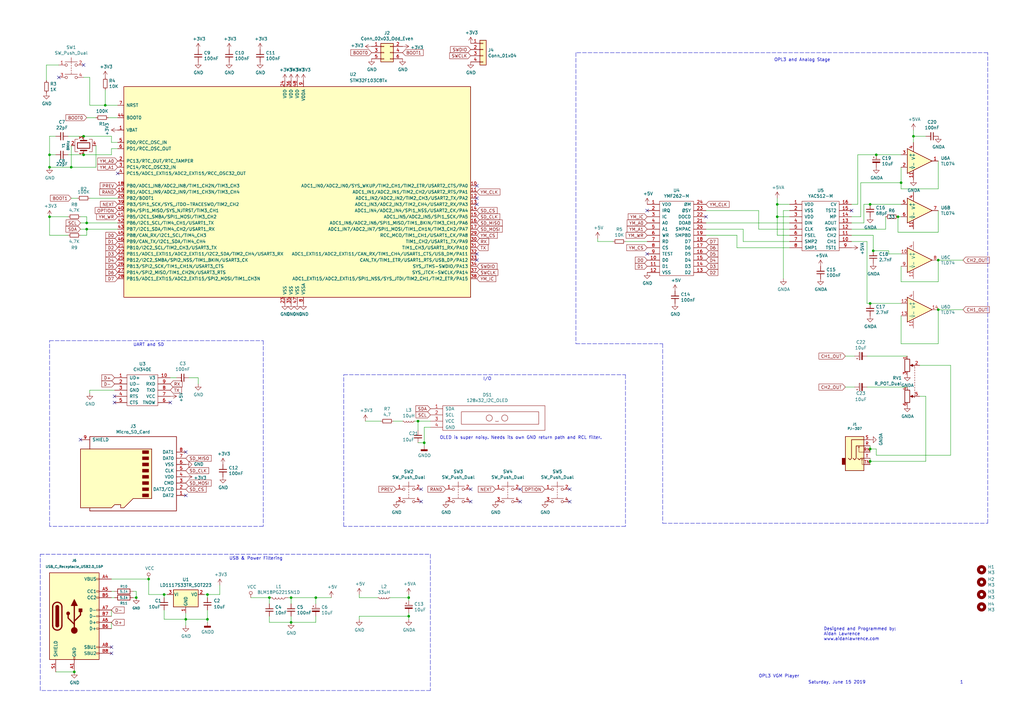
<source format=kicad_sch>
(kicad_sch (version 20231120) (generator "eeschema") (generator_version "8.0")
  (paper "A3")
  (lib_symbols
    (symbol "Connector:USB_C_Receptacle_USB2.0_16P" (pin_names (offset 1.016))
      (property "Reference" "J" (at 0 22.225 0))
      (property "Value" "USB_C_Receptacle_USB2.0_16P" (at 0 19.685 0))
      (symbol "USB_C_Receptacle_USB2.0_16P_1_1"
        (pin passive line (at 0 -22.86 90) (length 5.08) (name "GND") (number "A1"))
        (pin passive line (at 0 -22.86 90) (length 5.08) hide (name "GND") (number "A12"))
        (pin passive line (at 15.24 15.24 180) (length 5.08) (name "VBUS") (number "A4"))
        (pin bidirectional line (at 15.24 10.16 180) (length 5.08) (name "CC1") (number "A5"))
        (pin bidirectional line (at 15.24 -2.54 180) (length 5.08) (name "D+") (number "A6"))
        (pin bidirectional line (at 15.24 2.54 180) (length 5.08) (name "D-") (number "A7"))
        (pin bidirectional line (at 15.24 -12.7 180) (length 5.08) (name "SBU1") (number "A8"))
        (pin passive line (at 15.24 15.24 180) (length 5.08) hide (name "VBUS") (number "A9"))
        (pin passive line (at 0 -22.86 90) (length 5.08) hide (name "GND") (number "B1"))
        (pin passive line (at 0 -22.86 90) (length 5.08) hide (name "GND") (number "B12"))
        (pin passive line (at 15.24 15.24 180) (length 5.08) hide (name "VBUS") (number "B4"))
        (pin bidirectional line (at 15.24 7.62 180) (length 5.08) (name "CC2") (number "B5"))
        (pin bidirectional line (at 15.24 -5.08 180) (length 5.08) (name "D+") (number "B6"))
        (pin bidirectional line (at 15.24 0 180) (length 5.08) (name "D-") (number "B7"))
        (pin bidirectional line (at 15.24 -15.24 180) (length 5.08) (name "SBU2") (number "B8"))
        (pin passive line (at 15.24 15.24 180) (length 5.08) hide (name "VBUS") (number "B9"))
        (pin passive line (at -7.62 -22.86 90) (length 5.08) (name "SHIELD") (number "S1"))
      )
    )
    (symbol "Connector_Audio:AudioJack3_SwitchTR"
      (property "Reference" "J" (at 0 8.89 0))
      (property "Value" "AudioJack3_SwitchTR" (at 0 6.35 0))
      (symbol "AudioJack3_SwitchTR_1_1"
        (pin passive line (at 5.08 0 180) (length 2.54) (name "~") (number "R"))
        (pin passive line (at 5.08 -2.54 180) (length 2.54) (name "~") (number "RN"))
        (pin passive line (at 5.08 2.54 180) (length 2.54) (name "~") (number "S"))
        (pin passive line (at 5.08 -5.08 180) (length 2.54) (name "~") (number "T"))
        (pin passive line (at 5.08 -7.62 180) (length 2.54) (name "~") (number "TN"))
      )
    )
    (symbol "Device:Crystal_GND24" (pin_names (offset 1.016) hide)
      (property "Reference" "Y" (at 3.175 5.08 0))
      (property "Value" "Crystal_GND24" (at 3.175 3.175 0))
      (symbol "Crystal_GND24_1_1"
        (pin passive line (at -3.81 0 0) (length 1.27) (name "1") (number "1"))
        (pin passive line (at 0 5.08 270) (length 1.27) (name "2") (number "2"))
        (pin passive line (at 3.81 0 180) (length 1.27) (name "3") (number "3"))
        (pin passive line (at 0 -5.08 90) (length 1.27) (name "4") (number "4"))
      )
    )
    (symbol "Device:R" (pin_numbers hide) (pin_names (offset 0))
      (property "Reference" "R" (at 2.032 0 90))
      (property "Value" "R" (at 0 0 90))
      (symbol "R_1_1"
        (pin passive line (at 0 3.81 270) (length 1.27) (name "~") (number "1"))
        (pin passive line (at 0 -3.81 90) (length 1.27) (name "~") (number "2"))
      )
    )
    (symbol "OPL3_VGM_Player-rescue:+3.3V-power" (power) (pin_names (offset 0))
      (property "Value" "power_+3.3V" (at 0 3.556 0))
      (symbol "+3.3V-power_1_1"
        (pin power_in line (at 0 0 90) (length 0) hide (name "+3V3") (number "1"))
      )
    )
    (symbol "OPL3_VGM_Player-rescue:+3V3-power" (power) (pin_names (offset 0))
      (property "Value" "power_+3V3" (at 0 3.556 0))
      (symbol "+3V3-power_1_1"
        (pin power_in line (at 0 0 90) (length 0) hide (name "+3V3") (number "1"))
      )
    )
    (symbol "OPL3_VGM_Player-rescue:+5V-power" (power) (pin_names (offset 0))
      (property "Value" "power_+5V" (at 0 3.556 0))
      (symbol "+5V-power_1_1"
        (pin power_in line (at 0 0 90) (length 0) hide (name "+5V") (number "1"))
      )
    )
    (symbol "OPL3_VGM_Player-rescue:+5VA-power" (power) (pin_names (offset 0))
      (property "Value" "power_+5VA" (at 0 3.556 0))
      (symbol "+5VA-power_1_1"
        (pin power_in line (at 0 0 90) (length 0) hide (name "+5VA") (number "1"))
      )
    )
    (symbol "OPL3_VGM_Player-rescue:128x32_I2C_OLED-oled" (pin_names (offset 1.016))
      (property "Reference" "DS" (at 7.62 -16.51 0))
      (property "Value" "128x32_I2C_OLED-oled" (at 13.97 -19.05 0))
      (symbol "128x32_I2C_OLED-oled_1_1"
        (pin input line (at -5.08 0 0) (length 5.08) (name "SDA") (number "1"))
        (pin input line (at -5.08 -2.54 0) (length 5.08) (name "SCL") (number "2"))
        (pin input line (at -5.08 -5.08 0) (length 5.08) (name "VCC") (number "3"))
        (pin input line (at -5.08 -7.62 0) (length 5.08) (name "GND") (number "4"))
      )
    )
    (symbol "OPL3_VGM_Player-rescue:CH340E-ch340" (pin_names (offset 1.016))
      (property "Reference" "U" (at 6.35 5.08 0))
      (property "Value" "CH340E-ch340" (at 6.35 2.54 0))
      (symbol "CH340E-ch340_1_1"
        (pin input line (at -5.08 0 0) (length 5.08) (name "UD+") (number "1"))
        (pin input line (at 17.78 0 180) (length 5.08) (name "V3") (number "10"))
        (pin input line (at -5.08 -2.54 0) (length 5.08) (name "UD-") (number "2"))
        (pin input line (at -5.08 -5.08 0) (length 5.08) (name "GND") (number "3"))
        (pin input line (at -5.08 -7.62 0) (length 5.08) (name "RTS") (number "4"))
        (pin input line (at -5.08 -10.16 0) (length 5.08) (name "CTS") (number "5"))
        (pin input line (at 17.78 -10.16 180) (length 5.08) (name "TNOW") (number "6"))
        (pin input line (at 17.78 -7.62 180) (length 5.08) (name "VCC") (number "7"))
        (pin input line (at 17.78 -5.08 180) (length 5.08) (name "TXD") (number "8"))
        (pin input line (at 17.78 -2.54 180) (length 5.08) (name "RXD") (number "9"))
      )
    )
    (symbol "OPL3_VGM_Player-rescue:CP_Small-device" (pin_numbers hide) (pin_names (offset 0.254) hide)
      (property "Reference" "C" (at 0.254 1.778 0))
      (property "Value" "CP_Small-device" (at 0.254 -2.032 0))
      (symbol "CP_Small-device_1_1"
        (pin passive line (at 0 2.54 270) (length 1.8542) (name "~") (number "1"))
        (pin passive line (at 0 -2.54 90) (length 1.8542) (name "~") (number "2"))
      )
    )
    (symbol "OPL3_VGM_Player-rescue:C_Small-device" (pin_numbers hide) (pin_names (offset 0.254) hide)
      (property "Reference" "C" (at 0.254 1.778 0))
      (property "Value" "C_Small-device" (at 0.254 -2.032 0))
      (symbol "C_Small-device_1_1"
        (pin passive line (at 0 2.54 270) (length 2.032) (name "~") (number "1"))
        (pin passive line (at 0 -2.54 90) (length 2.032) (name "~") (number "2"))
      )
    )
    (symbol "OPL3_VGM_Player-rescue:Conn_01x04-conn" (pin_names (offset 1.016) hide)
      (property "Reference" "J" (at 0 5.08 0))
      (property "Value" "Conn_01x04-conn" (at 0 -7.62 0))
      (symbol "Conn_01x04-conn_1_1"
        (pin passive line (at -5.08 2.54 0) (length 3.81) (name "Pin_1") (number "1"))
        (pin passive line (at -5.08 0 0) (length 3.81) (name "Pin_2") (number "2"))
        (pin passive line (at -5.08 -2.54 0) (length 3.81) (name "Pin_3") (number "3"))
        (pin passive line (at -5.08 -5.08 0) (length 3.81) (name "Pin_4") (number "4"))
      )
    )
    (symbol "OPL3_VGM_Player-rescue:Conn_02x03_Odd_Even-conn" (pin_names (offset 1.016) hide)
      (property "Reference" "J" (at 1.27 5.08 0))
      (property "Value" "Conn_02x03_Odd_Even-conn" (at 1.27 -5.08 0))
      (symbol "Conn_02x03_Odd_Even-conn_1_1"
        (pin passive line (at -5.08 2.54 0) (length 3.81) (name "Pin_1") (number "1"))
        (pin passive line (at 7.62 2.54 180) (length 3.81) (name "Pin_2") (number "2"))
        (pin passive line (at -5.08 0 0) (length 3.81) (name "Pin_3") (number "3"))
        (pin passive line (at 7.62 0 180) (length 3.81) (name "Pin_4") (number "4"))
        (pin passive line (at -5.08 -2.54 0) (length 3.81) (name "Pin_5") (number "5"))
        (pin passive line (at 7.62 -2.54 180) (length 3.81) (name "Pin_6") (number "6"))
      )
    )
    (symbol "OPL3_VGM_Player-rescue:GND-power" (power) (pin_names (offset 0))
      (property "Value" "power_GND" (at 0 -3.81 0))
      (symbol "GND-power_1_1"
        (pin power_in line (at 0 0 270) (length 0) hide (name "GND") (number "1"))
      )
    )
    (symbol "OPL3_VGM_Player-rescue:GNDA-power" (power) (pin_names (offset 0))
      (property "Value" "power_GNDA" (at 0 -3.81 0))
      (symbol "GNDA-power_1_1"
        (pin power_in line (at 0 0 270) (length 0) hide (name "GNDA") (number "1"))
      )
    )
    (symbol "OPL3_VGM_Player-rescue:GNDD-power" (power) (pin_names (offset 0))
      (property "Value" "power_GNDD" (at 0 -3.175 0))
      (symbol "GNDD-power_1_1"
        (pin power_in line (at 0 0 270) (length 0) hide (name "GNDD") (number "1"))
      )
    )
    (symbol "OPL3_VGM_Player-rescue:L-device" (pin_numbers hide) (pin_names (offset 1.016) hide)
      (property "Reference" "L" (at -1.27 0 90))
      (property "Value" "L-device" (at 1.905 0 90))
      (symbol "L-device_1_1"
        (pin passive line (at 0 3.81 270) (length 1.27) (name "1") (number "1"))
        (pin passive line (at 0 -3.81 90) (length 1.27) (name "2") (number "2"))
      )
    )
    (symbol "OPL3_VGM_Player-rescue:LD1117S33TR_SOT223-regul" (pin_names (offset 0.254))
      (property "Reference" "U" (at -3.81 3.175 0))
      (property "Value" "LD1117S33TR_SOT223-regul" (at 0 3.175 0))
      (symbol "LD1117S33TR_SOT223-regul_1_1"
        (pin power_in line (at 0 -7.62 90) (length 2.54) (name "GND") (number "1"))
        (pin passive line (at 7.62 0 180) (length 2.54) (name "VO") (number "2"))
        (pin power_in line (at -7.62 0 0) (length 2.54) (name "VI") (number "3"))
      )
    )
    (symbol "OPL3_VGM_Player-rescue:L_Small-device" (pin_numbers hide) (pin_names (offset 0.254) hide)
      (property "Reference" "L" (at 0.762 1.016 0))
      (property "Value" "L_Small-device" (at 0.762 -1.016 0))
      (symbol "L_Small-device_1_1"
        (pin passive line (at 0 2.54 270) (length 0.508) (name "~") (number "1"))
        (pin passive line (at 0 -2.54 90) (length 0.508) (name "~") (number "2"))
      )
    )
    (symbol "OPL3_VGM_Player-rescue:Micro_SD_Card-conn" (pin_names (offset 1.016))
      (property "Reference" "J" (at -16.51 15.24 0))
      (property "Value" "Micro_SD_Card-conn" (at 16.51 15.24 0))
      (symbol "Micro_SD_Card-conn_1_1"
        (pin bidirectional line (at -22.86 7.62 0) (length 3.81) (name "DAT2") (number "1"))
        (pin bidirectional line (at -22.86 5.08 0) (length 3.81) (name "DAT3/CD") (number "2"))
        (pin input line (at -22.86 2.54 0) (length 3.81) (name "CMD") (number "3"))
        (pin power_in line (at -22.86 0 0) (length 3.81) (name "VDD") (number "4"))
        (pin input line (at -22.86 -2.54 0) (length 3.81) (name "CLK") (number "5"))
        (pin power_in line (at -22.86 -5.08 0) (length 3.81) (name "VSS") (number "6"))
        (pin input line (at -22.86 -7.62 0) (length 3.81) (name "DAT0") (number "7"))
        (pin input line (at -22.86 -10.16 0) (length 3.81) (name "DAT1") (number "8"))
        (pin passive line (at 20.32 -15.24 180) (length 3.81) (name "SHIELD") (number "9"))
      )
    )
    (symbol "OPL3_VGM_Player-rescue:MountingHole-mechanical" (pin_names (offset 1.016))
      (property "Reference" "H" (at 0 5.08 0))
      (property "Value" "MountingHole-mechanical" (at 0 3.175 0))
    )
    (symbol "OPL3_VGM_Player-rescue:R_POT_Dual-device" (pin_names (offset 1.016) hide)
      (property "Reference" "RV" (at 0 3.81 0))
      (property "Value" "R_POT_Dual-device" (at 0 1.905 0))
      (symbol "R_POT_Dual-device_1_1"
        (pin passive line (at -10.16 -2.54 0) (length 1.27) (name "1") (number "1"))
        (pin passive line (at -6.35 2.54 270) (length 2.54) (name "2") (number "2"))
        (pin passive line (at -2.54 -2.54 180) (length 1.27) (name "3") (number "3"))
        (pin passive line (at 2.54 -2.54 0) (length 1.27) (name "4") (number "4"))
        (pin passive line (at 6.35 2.54 270) (length 2.54) (name "5") (number "5"))
        (pin passive line (at 10.16 -2.54 180) (length 1.27) (name "6") (number "6"))
      )
    )
    (symbol "OPL3_VGM_Player-rescue:R_Small-device" (pin_numbers hide) (pin_names (offset 0.254) hide)
      (property "Reference" "R" (at 0.762 0.508 0))
      (property "Value" "R_Small-device" (at 0.762 -1.016 0))
      (symbol "R_Small-device_1_1"
        (pin passive line (at 0 2.54 270) (length 0.762) (name "~") (number "1"))
        (pin passive line (at 0 -2.54 90) (length 0.762) (name "~") (number "2"))
      )
    )
    (symbol "OPL3_VGM_Player-rescue:STM32F103C8Tx-stm32" (pin_names (offset 1.016))
      (property "Reference" "U" (at -71.12 43.815 0))
      (property "Value" "STM32F103C8Tx-stm32" (at 71.12 43.815 0))
      (symbol "STM32F103C8Tx-stm32_1_1"
        (pin power_in line (at -73.66 25.4 0) (length 2.54) (name "VBAT") (number "1"))
        (pin bidirectional line (at 73.66 2.54 180) (length 2.54) (name "ADC1_IN0/ADC2_IN0/SYS_WKUP/TIM2_CH1/TIM2_ETR/USART2_CTS/PA0") (number "10"))
        (pin bidirectional line (at 73.66 0 180) (length 2.54) (name "ADC1_IN1/ADC2_IN1/TIM2_CH2/USART2_RTS/PA1") (number "11"))
        (pin bidirectional line (at 73.66 -2.54 180) (length 2.54) (name "ADC1_IN2/ADC2_IN2/TIM2_CH3/USART2_TX/PA2") (number "12"))
        (pin bidirectional line (at 73.66 -5.08 180) (length 2.54) (name "ADC1_IN3/ADC2_IN3/TIM2_CH4/USART2_RX/PA3") (number "13"))
        (pin bidirectional line (at 73.66 -7.62 180) (length 2.54) (name "ADC1_IN4/ADC2_IN4/SPI1_NSS/USART2_CK/PA4") (number "14"))
        (pin bidirectional line (at 73.66 -10.16 180) (length 2.54) (name "ADC1_IN5/ADC2_IN5/SPI1_SCK/PA5") (number "15"))
        (pin bidirectional line (at 73.66 -12.7 180) (length 2.54) (name "ADC1_IN6/ADC2_IN6/SPI1_MISO/TIM1_BKIN/TIM3_CH1/PA6") (number "16"))
        (pin bidirectional line (at 73.66 -15.24 180) (length 2.54) (name "ADC1_IN7/ADC2_IN7/SPI1_MOSI/TIM1_CH1N/TIM3_CH2/PA7") (number "17"))
        (pin bidirectional line (at -73.66 2.54 0) (length 2.54) (name "PB0/ADC1_IN8/ADC2_IN8/TIM1_CH2N/TIM3_CH3") (number "18"))
        (pin bidirectional line (at -73.66 0 0) (length 2.54) (name "PB1/ADC1_IN9/ADC2_IN9/TIM1_CH3N/TIM3_CH4") (number "19"))
        (pin bidirectional line (at -73.66 12.7 0) (length 2.54) (name "PC13/RTC_OUT/RTC_TAMPER") (number "2"))
        (pin bidirectional line (at -73.66 -2.54 0) (length 2.54) (name "PB2/BOOT1") (number "20"))
        (pin bidirectional line (at -73.66 -22.86 0) (length 2.54) (name "PB10/I2C2_SCL/TIM2_CH3/USART3_TX") (number "21"))
        (pin bidirectional line (at -73.66 -25.4 0) (length 2.54) (name "PB11/ADC1_EXTI11/ADC2_EXTI11/I2C2_SDA/TIM2_CH4/USART3_RX") (number "22"))
        (pin power_in line (at -5.08 -45.72 90) (length 2.54) (name "VSS") (number "23"))
        (pin power_in line (at -5.08 45.72 270) (length 2.54) (name "VDD") (number "24"))
        (pin bidirectional line (at -73.66 -27.94 0) (length 2.54) (name "PB12/I2C2_SMBA/SPI2_NSS/TIM1_BKIN/USART3_CK") (number "25"))
        (pin bidirectional line (at -73.66 -30.48 0) (length 2.54) (name "PB13/SPI2_SCK/TIM1_CH1N/USART3_CTS") (number "26"))
        (pin bidirectional line (at -73.66 -33.02 0) (length 2.54) (name "PB14/SPI2_MISO/TIM1_CH2N/USART3_RTS") (number "27"))
        (pin bidirectional line (at -73.66 -35.56 0) (length 2.54) (name "PB15/ADC1_EXTI15/ADC2_EXTI15/SPI2_MOSI/TIM1_CH3N") (number "28"))
        (pin bidirectional line (at 73.66 -17.78 180) (length 2.54) (name "RCC_MCO/TIM1_CH1/USART1_CK/PA8") (number "29"))
        (pin bidirectional line (at -73.66 10.16 0) (length 2.54) (name "PC14/RCC_OSC32_IN") (number "3"))
        (pin bidirectional line (at 73.66 -20.32 180) (length 2.54) (name "TIM1_CH2/USART1_TX/PA9") (number "30"))
        (pin bidirectional line (at 73.66 -22.86 180) (length 2.54) (name "TIM1_CH3/USART1_RX/PA10") (number "31"))
        (pin bidirectional line (at 73.66 -25.4 180) (length 2.54) (name "ADC1_EXTI11/ADC2_EXTI11/CAN_RX/TIM1_CH4/USART1_CTS/USB_DM/PA11") (number "32"))
        (pin bidirectional line (at 73.66 -27.94 180) (length 2.54) (name "CAN_TX/TIM1_ETR/USART1_RTS/USB_DP/PA12") (number "33"))
        (pin bidirectional line (at 73.66 -30.48 180) (length 2.54) (name "SYS_JTMS-SWDIO/PA13") (number "34"))
        (pin power_in line (at -2.54 -45.72 90) (length 2.54) (name "VSS") (number "35"))
        (pin power_in line (at -2.54 45.72 270) (length 2.54) (name "VDD") (number "36"))
        (pin bidirectional line (at 73.66 -33.02 180) (length 2.54) (name "SYS_JTCK-SWCLK/PA14") (number "37"))
        (pin bidirectional line (at 73.66 -35.56 180) (length 2.54) (name "ADC1_EXTI15/ADC2_EXTI15/SPI1_NSS/SYS_JTDI/TIM2_CH1/TIM2_ETR/PA15") (number "38"))
        (pin bidirectional line (at -73.66 -5.08 0) (length 2.54) (name "PB3/SPI1_SCK/SYS_JTDO-TRACESWO/TIM2_CH2") (number "39"))
        (pin bidirectional line (at -73.66 7.62 0) (length 2.54) (name "PC15/ADC1_EXTI15/ADC2_EXTI15/RCC_OSC32_OUT") (number "4"))
        (pin bidirectional line (at -73.66 -7.62 0) (length 2.54) (name "PB4/SPI1_MISO/SYS_NJTRST/TIM3_CH1") (number "40"))
        (pin bidirectional line (at -73.66 -10.16 0) (length 2.54) (name "PB5/I2C1_SMBA/SPI1_MOSI/TIM3_CH2") (number "41"))
        (pin bidirectional line (at -73.66 -12.7 0) (length 2.54) (name "PB6/I2C1_SCL/TIM4_CH1/USART1_TX") (number "42"))
        (pin bidirectional line (at -73.66 -15.24 0) (length 2.54) (name "PB7/I2C1_SDA/TIM4_CH2/USART1_RX") (number "43"))
        (pin input line (at -73.66 30.48 0) (length 2.54) (name "BOOT0") (number "44"))
        (pin bidirectional line (at -73.66 -17.78 0) (length 2.54) (name "PB8/CAN_RX/I2C1_SCL/TIM4_CH3") (number "45"))
        (pin bidirectional line (at -73.66 -20.32 0) (length 2.54) (name "PB9/CAN_TX/I2C1_SDA/TIM4_CH4") (number "46"))
        (pin power_in line (at 0 -45.72 90) (length 2.54) (name "VSS") (number "47"))
        (pin power_in line (at 0 45.72 270) (length 2.54) (name "VDD") (number "48"))
        (pin input line (at -73.66 20.32 0) (length 2.54) (name "PD0/RCC_OSC_IN") (number "5"))
        (pin input line (at -73.66 17.78 0) (length 2.54) (name "PD1/RCC_OSC_OUT") (number "6"))
        (pin input line (at -73.66 35.56 0) (length 2.54) (name "NRST") (number "7"))
        (pin power_in line (at 2.54 -45.72 90) (length 2.54) (name "VSSA") (number "8"))
        (pin power_in line (at 2.54 45.72 270) (length 2.54) (name "VDDA") (number "9"))
      )
    )
    (symbol "OPL3_VGM_Player-rescue:SW_Push_Dual-switches" (pin_names (offset 1.016) hide)
      (property "Reference" "SW" (at 1.27 2.54 0))
      (property "Value" "SW_Push_Dual-switches" (at 0 -6.858 0))
      (symbol "SW_Push_Dual-switches_0_1"
        (pin passive line (at -5.08 0 0) (length 2.54) (name "1") (number "1"))
        (pin passive line (at 5.08 0 180) (length 2.54) (name "2") (number "2"))
        (pin passive line (at -5.08 -5.08 0) (length 2.54) (name "3") (number "3"))
        (pin passive line (at 5.08 -5.08 180) (length 2.54) (name "4") (number "4"))
      )
    )
    (symbol "OPL3_VGM_Player-rescue:TL074-linear"
      (property "Reference" "U" (at 0 5.08 0))
      (property "Value" "TL074-linear" (at 0 -5.08 0))
      (symbol "TL074-linear_0_1"
        (pin power_in line (at -2.54 -7.62 90) (length 3.81) (name "V-") (number "11"))
        (pin power_in line (at -2.54 7.62 270) (length 3.81) (name "V+") (number "4"))
      )
      (symbol "TL074-linear_1_1"
        (pin output line (at 7.62 0 180) (length 2.54) (name "~") (number "1"))
        (pin input line (at -7.62 -2.54 0) (length 2.54) (name "-") (number "2"))
        (pin input line (at -7.62 2.54 0) (length 2.54) (name "+") (number "3"))
      )
      (symbol "TL074-linear_2_1"
        (pin input line (at -7.62 2.54 0) (length 2.54) (name "+") (number "5"))
        (pin input line (at -7.62 -2.54 0) (length 2.54) (name "-") (number "6"))
        (pin output line (at 7.62 0 180) (length 2.54) (name "~") (number "7"))
      )
      (symbol "TL074-linear_3_1"
        (pin input line (at -7.62 2.54 0) (length 2.54) (name "+") (number "10"))
        (pin output line (at 7.62 0 180) (length 2.54) (name "~") (number "8"))
        (pin input line (at -7.62 -2.54 0) (length 2.54) (name "-") (number "9"))
      )
      (symbol "TL074-linear_4_1"
        (pin input line (at -7.62 2.54 0) (length 2.54) (name "+") (number "12"))
        (pin input line (at -7.62 -2.54 0) (length 2.54) (name "-") (number "13"))
        (pin output line (at 7.62 0 180) (length 2.54) (name "~") (number "14"))
      )
    )
    (symbol "OPL3_VGM_Player-rescue:VCC-power" (power) (pin_names (offset 0))
      (property "Value" "power_VCC" (at 0 3.81 0))
      (symbol "VCC-power_1_1"
        (pin power_in line (at 0 0 90) (length 0) hide (name "VCC") (number "1"))
      )
    )
    (symbol "OPL3_VGM_Player-rescue:YAC512-M-OPL3" (pin_names (offset 1.016))
      (property "Reference" "U" (at 6.35 5.08 0))
      (property "Value" "YAC512-M-OPL3" (at 10.16 2.54 0))
      (symbol "YAC512-M-OPL3_1_1"
        (pin input line (at 0 0 0) (length 5.08) (name "VDD") (number "1"))
        (pin input line (at 25.4 -15.24 180) (length 5.08) (name "CH1") (number "10"))
        (pin input line (at 25.4 -12.7 180) (length 5.08) (name "CH2") (number "11"))
        (pin input line (at 25.4 -10.16 180) (length 5.08) (name "SWIN") (number "12"))
        (pin input line (at 25.4 -7.62 180) (length 5.08) (name "AOUT") (number "13"))
        (pin input line (at 25.4 -5.08 180) (length 5.08) (name "MP") (number "14"))
        (pin input line (at 25.4 -2.54 180) (length 5.08) (name "TST2") (number "15"))
        (pin input line (at 25.4 0 180) (length 5.08) (name "CV") (number "16"))
        (pin input line (at 0 -2.54 0) (length 5.08) (name "VSS") (number "2"))
        (pin input line (at 0 -5.08 0) (length 5.08) (name "VDD") (number "3"))
        (pin input line (at 0 -7.62 0) (length 5.08) (name "DIN") (number "4"))
        (pin input line (at 0 -10.16 0) (length 5.08) (name "CLK") (number "5"))
        (pin input line (at 0 -12.7 0) (length 5.08) (name "FSEL") (number "6"))
        (pin input line (at 0 -15.24 0) (length 5.08) (name "SMP2") (number "7"))
        (pin input line (at 0 -17.78 0) (length 5.08) (name "SMP1") (number "8"))
        (pin input line (at 25.4 -17.78 180) (length 5.08) (name "TST1") (number "9"))
      )
    )
    (symbol "OPL3_VGM_Player-rescue:YMF262-M-OPL3" (pin_names (offset 1.016))
      (property "Reference" "U" (at 2.54 5.08 0))
      (property "Value" "YMF262-M-OPL3" (at 6.35 2.54 0))
      (symbol "YMF262-M-OPL3_1_1"
        (pin input line (at -5.08 0 0) (length 5.08) (name "VDD") (number "1"))
        (pin input line (at -5.08 -22.86 0) (length 5.08) (name "D0") (number "10"))
        (pin input line (at -5.08 -25.4 0) (length 5.08) (name "D1") (number "11"))
        (pin input line (at -5.08 -27.94 0) (length 5.08) (name "VSS") (number "12"))
        (pin input line (at 19.05 -27.94 180) (length 5.08) (name "D2") (number "13"))
        (pin input line (at 19.05 -25.4 180) (length 5.08) (name "D3") (number "14"))
        (pin input line (at 19.05 -22.86 180) (length 5.08) (name "D4") (number "15"))
        (pin input line (at 19.05 -20.32 180) (length 5.08) (name "D5") (number "16"))
        (pin input line (at 19.05 -17.78 180) (length 5.08) (name "D6") (number "17"))
        (pin input line (at 19.05 -15.24 180) (length 5.08) (name "D7") (number "18"))
        (pin input line (at 19.05 -12.7 180) (length 5.08) (name "SMPBD") (number "19"))
        (pin input line (at -5.08 -2.54 0) (length 5.08) (name "IRQ") (number "2"))
        (pin input line (at 19.05 -10.16 180) (length 5.08) (name "SMPAC") (number "20"))
        (pin input line (at 19.05 -7.62 180) (length 5.08) (name "DOAB") (number "21"))
        (pin input line (at 19.05 -5.08 180) (length 5.08) (name "DOCD") (number "22"))
        (pin input line (at 19.05 -2.54 180) (length 5.08) (name "ØSY") (number "23"))
        (pin input line (at 19.05 0 180) (length 5.08) (name "ØM") (number "24"))
        (pin input line (at -5.08 -5.08 0) (length 5.08) (name "IC") (number "3"))
        (pin input line (at -5.08 -7.62 0) (length 5.08) (name "A0") (number "4"))
        (pin input line (at -5.08 -10.16 0) (length 5.08) (name "A1") (number "5"))
        (pin input line (at -5.08 -12.7 0) (length 5.08) (name "WR") (number "6"))
        (pin input line (at -5.08 -15.24 0) (length 5.08) (name "RD") (number "7"))
        (pin input line (at -5.08 -17.78 0) (length 5.08) (name "CS") (number "8"))
        (pin input line (at -5.08 -20.32 0) (length 5.08) (name "TEST") (number "9"))
      )
    )
    (symbol "power:GND" (power) (pin_names (offset 0))
      (property "Value" "GND" (at 0 -3.81 0))
      (symbol "GND_1_1"
        (pin power_in line (at 0 0 270) (length 0) hide (name "GND") (number "1"))
      )
    )
  )
  (junction (at 76.2 254))
  (junction (at 356.87 184.15))
  (junction (at 318.77 83.82))
  (junction (at 167.64 245.11))
  (junction (at 356.87 124.46))
  (junction (at 358.14 102.87))
  (junction (at 20.32 88.9))
  (junction (at 85.09 243.84))
  (junction (at 35.56 91.44))
  (junction (at 30.48 275.59))
  (junction (at 356.87 189.23))
  (junction (at 318.77 88.9))
  (junction (at 368.3 88.9))
  (junction (at 20.32 63.5))
  (junction (at 359.41 63.5))
  (junction (at 374.65 55.88))
  (junction (at 119.38 245.11))
  (junction (at 173.99 181.61))
  (junction (at 34.29 63.5))
  (junction (at 384.81 127))
  (junction (at 384.81 106.68))
  (junction (at 129.54 245.11))
  (junction (at 60.96 237.49))
  (junction (at 34.29 55.88))
  (junction (at 356.87 83.82))
  (junction (at 119.38 255.27))
  (junction (at 67.31 243.84))
  (junction (at 369.57 74.93))
  (junction (at 171.45 172.72))
  (junction (at 167.64 252.73))
  (junction (at 110.49 245.11))
  (junction (at 55.88 245.11))
  (junction (at 85.09 254))
  (junction (at 35.56 93.98))
  (junction (at 43.18 43.18))
  (junction (at 29.21 68.58))
  (junction (at 20.32 68.58))
  (no_connect (at 45.72 265.43))
  (no_connect (at 195.58 76.2))
  (no_connect (at 195.58 81.28))
  (no_connect (at 265.43 104.14))
  (no_connect (at 193.04 205.74))
  (no_connect (at 349.25 86.36))
  (no_connect (at 24.13 31.75))
  (no_connect (at 195.58 104.14))
  (no_connect (at 213.36 205.74))
  (no_connect (at 48.26 71.12))
  (no_connect (at 45.72 267.97))
  (no_connect (at 195.58 83.82))
  (no_connect (at 233.68 205.74))
  (no_connect (at 172.72 205.74))
  (no_connect (at 193.04 200.66))
  (no_connect (at 289.56 88.9))
  (no_connect (at 172.72 200.66))
  (no_connect (at 46.99 162.56))
  (no_connect (at 213.36 200.66))
  (no_connect (at 33.02 180.34))
  (no_connect (at 195.58 106.68))
  (no_connect (at 233.68 200.66))
  (no_connect (at 76.2 203.2))
  (no_connect (at 76.2 185.42))
  (no_connect (at 69.85 165.1))
  (no_connect (at 265.43 86.36))
  (no_connect (at 46.99 165.1))
  (no_connect (at 34.29 26.67))
  (wire (pts (xy 351.79 83.82) (xy 349.25 83.82)))
  (wire (pts (xy 369.57 74.93) (xy 353.06 74.93)))
  (wire (pts (xy 43.18 43.18) (xy 48.26 43.18)))
  (wire (pts (xy 22.86 63.5) (xy 20.32 63.5)))
  (wire (pts (xy 368.3 88.9) (xy 368.3 95.25)))
  (wire (pts (xy 27.94 55.88) (xy 34.29 55.88)))
  (wire (pts (xy 119.38 245.11) (xy 119.38 247.65)))
  (wire (pts (xy 173.99 181.61) (xy 173.99 175.26)))
  (wire (pts (xy 354.33 91.44) (xy 354.33 83.82)))
  (wire (pts (xy 304.8 99.06) (xy 323.85 99.06)))
  (wire (pts (xy 55.88 242.57) (xy 55.88 245.11)))
  (wire (pts (xy 356.87 189.23) (xy 356.87 190.5)))
  (polyline (pts (xy 405.13 21.59) (xy 236.22 21.59)) (stroke (width 0) (type dash)))
  (wire (pts (xy 304.8 93.98) (xy 304.8 99.06)))
  (wire (pts (xy 359.41 63.5) (xy 351.79 63.5)))
  (wire (pts (xy 34.29 55.88) (xy 45.72 55.88)))
  (wire (pts (xy 129.54 245.11) (xy 129.54 247.65)))
  (wire (pts (xy 45.72 245.11) (xy 46.99 245.11)))
  (wire (pts (xy 76.2 254) (xy 76.2 256.54)))
  (wire (pts (xy 147.32 252.73) (xy 147.32 254)))
  (wire (pts (xy 36.83 160.02) (xy 46.99 160.02)))
  (wire (pts (xy 35.56 93.98) (xy 48.26 93.98)))
  (wire (pts (xy 171.45 172.72) (xy 176.53 172.72)))
  (wire (pts (xy 27.94 63.5) (xy 34.29 63.5)))
  (wire (pts (xy 67.31 254) (xy 76.2 254)))
  (wire (pts (xy 102.87 245.11) (xy 110.49 245.11)))
  (wire (pts (xy 359.41 63.5) (xy 369.57 63.5)))
  (wire (pts (xy 119.38 255.27) (xy 110.49 255.27)))
  (wire (pts (xy 364.49 102.87) (xy 364.49 104.14)))
  (wire (pts (xy 35.56 88.9) (xy 35.56 91.44)))
  (wire (pts (xy 356.87 189.23) (xy 379.73 189.23)))
  (wire (pts (xy 384.81 77.47) (xy 369.57 77.47)))
  (wire (pts (xy 369.57 129.54) (xy 369.57 140.97)))
  (wire (pts (xy 356.87 187.96) (xy 356.87 189.23)))
  (wire (pts (xy 318.77 83.82) (xy 318.77 88.9)))
  (polyline (pts (xy 140.97 153.67) (xy 256.54 153.67)) (stroke (width 0) (type dash)))
  (wire (pts (xy 355.6 99.06) (xy 355.6 124.46)))
  (wire (pts (xy 20.32 96.52) (xy 20.32 88.9)))
  (wire (pts (xy 33.02 91.44) (xy 35.56 91.44)))
  (wire (pts (xy 33.02 93.98) (xy 35.56 93.98)))
  (wire (pts (xy 302.26 101.6) (xy 323.85 101.6)))
  (wire (pts (xy 359.41 184.15) (xy 359.41 186.69)))
  (polyline (pts (xy 256.54 215.9) (xy 140.97 215.9)) (stroke (width 0) (type dash)))
  (wire (pts (xy 355.6 146.05) (xy 372.11 146.05)))
  (wire (pts (xy 20.32 88.9) (xy 27.94 88.9)))
  (wire (pts (xy 323.85 96.52) (xy 318.77 96.52)))
  (wire (pts (xy 318.77 88.9) (xy 323.85 88.9)))
  (wire (pts (xy 356.87 182.88) (xy 356.87 184.15)))
  (wire (pts (xy 384.81 106.68) (xy 394.97 106.68)))
  (wire (pts (xy 167.64 246.38) (xy 167.64 245.11)))
  (wire (pts (xy 350.52 158.75) (xy 346.71 158.75)))
  (polyline (pts (xy 256.54 153.67) (xy 256.54 215.9)) (stroke (width 0) (type dash)))
  (wire (pts (xy 129.54 245.11) (xy 135.89 245.11)))
  (wire (pts (xy 149.86 172.72) (xy 156.21 172.72)))
  (wire (pts (xy 44.45 48.26) (xy 48.26 48.26)))
  (wire (pts (xy 67.31 243.84) (xy 68.58 243.84)))
  (wire (pts (xy 20.32 68.58) (xy 29.21 68.58)))
  (polyline (pts (xy 107.95 139.7) (xy 107.95 215.9)) (stroke (width 0) (type dash)))
  (wire (pts (xy 119.38 252.73) (xy 119.38 255.27)))
  (wire (pts (xy 45.72 255.27) (xy 45.72 257.81)))
  (wire (pts (xy 85.09 243.84) (xy 85.09 245.11)))
  (polyline (pts (xy 271.78 214.63) (xy 405.13 214.63)) (stroke (width 0) (type dash)))
  (wire (pts (xy 60.96 237.49) (xy 60.96 243.84)))
  (wire (pts (xy 245.11 97.79) (xy 245.11 99.06)))
  (wire (pts (xy 363.22 93.98) (xy 349.25 93.98)))
  (wire (pts (xy 76.2 254) (xy 76.2 251.46)))
  (wire (pts (xy 374.65 55.88) (xy 374.65 58.42)))
  (wire (pts (xy 323.85 86.36) (xy 321.31 86.36)))
  (wire (pts (xy 384.81 86.36) (xy 384.81 95.25)))
  (wire (pts (xy 379.73 162.56) (xy 377.19 162.56)))
  (wire (pts (xy 45.72 237.49) (xy 60.96 237.49)))
  (wire (pts (xy 363.22 88.9) (xy 363.22 93.98)))
  (wire (pts (xy 245.11 99.06) (xy 251.46 99.06)))
  (wire (pts (xy 33.02 88.9) (xy 35.56 88.9)))
  (wire (pts (xy 167.64 245.11) (xy 167.64 243.84)))
  (wire (pts (xy 147.32 252.73) (xy 167.64 252.73)))
  (wire (pts (xy 81.28 154.94) (xy 81.28 157.48)))
  (wire (pts (xy 384.81 66.04) (xy 384.81 77.47)))
  (wire (pts (xy 35.56 96.52) (xy 33.02 96.52)))
  (wire (pts (xy 119.38 255.27) (xy 129.54 255.27)))
  (wire (pts (xy 110.49 245.11) (xy 110.49 247.65)))
  (wire (pts (xy 356.87 83.82) (xy 369.57 83.82)))
  (wire (pts (xy 119.38 245.11) (xy 129.54 245.11)))
  (wire (pts (xy 29.21 59.69) (xy 29.21 68.58)))
  (wire (pts (xy 34.29 31.75) (xy 36.83 31.75)))
  (wire (pts (xy 355.6 158.75) (xy 372.11 158.75)))
  (wire (pts (xy 67.31 243.84) (xy 67.31 245.11)))
  (wire (pts (xy 36.83 43.18) (xy 43.18 43.18)))
  (wire (pts (xy 369.57 77.47) (xy 369.57 74.93)))
  (wire (pts (xy 318.77 96.52) (xy 318.77 88.9)))
  (wire (pts (xy 39.37 68.58) (xy 29.21 68.58)))
  (wire (pts (xy 354.33 83.82) (xy 356.87 83.82)))
  (polyline (pts (xy 140.97 215.9) (xy 140.97 153.67)) (stroke (width 0) (type dash)))
  (wire (pts (xy 36.83 81.28) (xy 48.26 81.28)))
  (wire (pts (xy 359.41 186.69) (xy 389.89 186.69)))
  (wire (pts (xy 356.87 124.46) (xy 369.57 124.46)))
  (wire (pts (xy 173.99 182.88) (xy 173.99 181.61)))
  (polyline (pts (xy 271.78 140.97) (xy 271.78 214.63)) (stroke (width 0) (type dash)))
  (wire (pts (xy 358.14 96.52) (xy 349.25 96.52)))
  (wire (pts (xy 85.09 250.19) (xy 85.09 254)))
  (polyline (pts (xy 176.53 283.21) (xy 16.51 283.21)) (stroke (width 0) (type dash)))
  (wire (pts (xy 69.85 154.94) (xy 72.39 154.94)))
  (wire (pts (xy 302.26 96.52) (xy 302.26 101.6)))
  (wire (pts (xy 256.54 99.06) (xy 265.43 99.06)))
  (wire (pts (xy 19.05 26.67) (xy 19.05 33.02)))
  (wire (pts (xy 36.83 161.29) (xy 36.83 160.02)))
  (wire (pts (xy 43.18 43.18) (xy 43.18 36.83)))
  (wire (pts (xy 171.45 181.61) (xy 173.99 181.61)))
  (wire (pts (xy 384.81 140.97) (xy 384.81 127)))
  (wire (pts (xy 118.11 245.11) (xy 119.38 245.11)))
  (polyline (pts (xy 405.13 214.63) (xy 405.13 21.59)) (stroke (width 0) (type dash)))
  (wire (pts (xy 67.31 250.19) (xy 67.31 254)))
  (wire (pts (xy 384.81 127) (xy 394.97 127)))
  (wire (pts (xy 77.47 154.94) (xy 81.28 154.94)))
  (wire (pts (xy 318.77 81.28) (xy 318.77 83.82)))
  (wire (pts (xy 35.56 48.26) (xy 39.37 48.26)))
  (wire (pts (xy 368.3 88.9) (xy 369.57 88.9)))
  (wire (pts (xy 171.45 176.53) (xy 171.45 172.72)))
  (wire (pts (xy 167.64 251.46) (xy 167.64 252.73)))
  (wire (pts (xy 45.72 242.57) (xy 46.99 242.57)))
  (wire (pts (xy 20.32 55.88) (xy 22.86 55.88)))
  (wire (pts (xy 358.14 102.87) (xy 358.14 96.52)))
  (wire (pts (xy 85.09 255.27) (xy 85.09 254)))
  (wire (pts (xy 369.57 140.97) (xy 384.81 140.97)))
  (wire (pts (xy 311.15 93.98) (xy 323.85 93.98)))
  (wire (pts (xy 356.87 184.15) (xy 356.87 185.42)))
  (wire (pts (xy 147.32 243.84) (xy 147.32 245.11)))
  (wire (pts (xy 374.65 53.34) (xy 374.65 55.88)))
  (wire (pts (xy 358.14 102.87) (xy 364.49 102.87)))
  (wire (pts (xy 289.56 91.44) (xy 323.85 91.44)))
  (polyline (pts (xy 16.51 283.21) (xy 16.51 227.33)) (stroke (width 0) (type dash)))
  (wire (pts (xy 289.56 96.52) (xy 302.26 96.52)))
  (wire (pts (xy 29.21 81.28) (xy 31.75 81.28)))
  (wire (pts (xy 147.32 245.11) (xy 154.94 245.11)))
  (wire (pts (xy 39.37 59.69) (xy 39.37 68.58)))
  (wire (pts (xy 45.72 60.96) (xy 48.26 60.96)))
  (wire (pts (xy 379.73 162.56) (xy 379.73 189.23)))
  (polyline (pts (xy 236.22 140.97) (xy 271.78 140.97)) (stroke (width 0) (type dash)))
  (wire (pts (xy 318.77 83.82) (xy 323.85 83.82)))
  (wire (pts (xy 349.25 91.44) (xy 354.33 91.44)))
  (wire (pts (xy 384.81 95.25) (xy 368.3 95.25)))
  (polyline (pts (xy 20.32 139.7) (xy 107.95 139.7)) (stroke (width 0) (type dash)))
  (polyline (pts (xy 236.22 21.59) (xy 236.22 140.97)) (stroke (width 0) (type dash)))
  (wire (pts (xy 60.96 243.84) (xy 67.31 243.84)))
  (wire (pts (xy 369.57 109.22) (xy 369.57 115.57)))
  (wire (pts (xy 90.17 243.84) (xy 90.17 240.03)))
  (wire (pts (xy 35.56 91.44) (xy 48.26 91.44)))
  (polyline (pts (xy 107.95 215.9) (xy 20.32 215.9)) (stroke (width 0) (type dash)))
  (wire (pts (xy 289.56 86.36) (xy 311.15 86.36)))
  (wire (pts (xy 45.72 55.88) (xy 45.72 58.42)))
  (wire (pts (xy 129.54 252.73) (xy 129.54 255.27)))
  (wire (pts (xy 22.86 275.59) (xy 30.48 275.59)))
  (wire (pts (xy 85.09 254) (xy 76.2 254)))
  (wire (pts (xy 384.81 115.57) (xy 384.81 106.68)))
  (wire (pts (xy 54.61 242.57) (xy 55.88 242.57)))
  (wire (pts (xy 289.56 93.98) (xy 304.8 93.98)))
  (wire (pts (xy 160.02 245.11) (xy 167.64 245.11)))
  (wire (pts (xy 369.57 115.57) (xy 384.81 115.57)))
  (wire (pts (xy 321.31 86.36) (xy 321.31 114.3)))
  (wire (pts (xy 349.25 99.06) (xy 355.6 99.06)))
  (wire (pts (xy 20.32 68.58) (xy 20.32 63.5)))
  (polyline (pts (xy 16.51 227.33) (xy 176.53 227.33)) (stroke (width 0) (type dash)))
  (wire (pts (xy 355.6 124.46) (xy 356.87 124.46)))
  (wire (pts (xy 364.49 104.14) (xy 369.57 104.14)))
  (wire (pts (xy 389.89 149.86) (xy 389.89 186.69)))
  (wire (pts (xy 351.79 63.5) (xy 351.79 83.82)))
  (wire (pts (xy 55.88 245.11) (xy 54.61 245.11)))
  (wire (pts (xy 27.94 96.52) (xy 20.32 96.52)))
  (wire (pts (xy 353.06 88.9) (xy 349.25 88.9)))
  (polyline (pts (xy 176.53 227.33) (xy 176.53 283.21)) (stroke (width 0) (type dash)))
  (wire (pts (xy 24.13 26.67) (xy 19.05 26.67)))
  (wire (pts (xy 45.72 58.42) (xy 48.26 58.42)))
  (wire (pts (xy 20.32 55.88) (xy 20.32 63.5)))
  (polyline (pts (xy 20.32 215.9) (xy 20.32 139.7)) (stroke (width 0) (type dash)))
  (wire (pts (xy 369.57 68.58) (xy 369.57 74.93)))
  (wire (pts (xy 167.64 254) (xy 167.64 252.73)))
  (wire (pts (xy 36.83 31.75) (xy 36.83 43.18)))
  (wire (pts (xy 356.87 184.15) (xy 359.41 184.15)))
  (wire (pts (xy 110.49 252.73) (xy 110.49 255.27)))
  (wire (pts (xy 353.06 74.93) (xy 353.06 88.9)))
  (wire (pts (xy 346.71 146.05) (xy 350.52 146.05)))
  (wire (pts (xy 171.45 172.72) (xy 170.18 172.72)))
  (wire (pts (xy 34.29 63.5) (xy 45.72 63.5)))
  (wire (pts (xy 85.09 243.84) (xy 90.17 243.84)))
  (wire (pts (xy 83.82 243.84) (xy 85.09 243.84)))
  (wire (pts (xy 165.1 172.72) (xy 161.29 172.72)))
  (wire (pts (xy 311.15 86.36) (xy 311.15 93.98)))
  (wire (pts (xy 173.99 175.26) (xy 176.53 175.26)))
  (wire (pts (xy 45.72 250.19) (xy 45.72 252.73)))
  (wire (pts (xy 374.65 55.88) (xy 379.73 55.88)))
  (wire (pts (xy 45.72 63.5) (xy 45.72 60.96)))
  (wire (pts (xy 377.19 149.86) (xy 389.89 149.86)))
  (wire (pts (xy 35.56 93.98) (xy 35.56 96.52)))
  (text "OPL3 and Analog Stage" (at 317.5 25.4 0) (effects (font (size 1.27 1.27)) (justify left bottom)))
  (text "Saturday, June 15 2019" (at 331.47 280.67 0) (effects (font (size 1.27 1.27)) (justify left bottom)))
  (text "OPL3 VGM Player" (at 311.15 278.13 0) (effects (font (size 1.27 1.27)) (justify left bottom)))
  (text "1" (at 393.7 280.67 0) (effects (font (size 1.27 1.27)) (justify left bottom)))
  (text "Designed and Programmed by:\nAidan Lawrence\nwww.aidanlawrence.com" (at 337.82 262.89 0) (effects (font (size 1.27 1.27)) (justify left bottom)))
  (text "I/O" (at 198.12 156.21 0) (effects (font (size 1.27 1.27)) (justify left bottom)))
  (text "USB & Power Filtering" (at 93.98 229.87 0) (effects (font (size 1.27 1.27)) (justify left bottom)))
  (text "UART and SD\n" (at 54.61 142.24 0) (effects (font (size 1.27 1.27)) (justify left bottom)))
  (text "OLED is super noisy. Needs its own GND return path and RCL filter." (at 180.34 180.34 0) (effects (font (size 1.27 1.27)) (justify left bottom)))
  (global_label "RAND" (shape input) (at 48.26 78.74 180) (property "Intersheetrefs" "${INTERSHEET_REFS}" (effects (hide yes))))
  (global_label "D1" (shape input) (at 48.26 99.06 180) (property "Intersheetrefs" "${INTERSHEET_REFS}" (effects (hide yes))))
  (global_label "CH2_OUT" (shape input) (at 394.97 106.68 0) (property "Intersheetrefs" "${INTERSHEET_REFS}" (effects (hide yes))))
  (global_label "PREV" (shape input) (at 162.56 200.66 180) (property "Intersheetrefs" "${INTERSHEET_REFS}" (effects (hide yes))))
  (global_label "D6" (shape input) (at 48.26 111.76 180) (property "Intersheetrefs" "${INTERSHEET_REFS}" (effects (hide yes))))
  (global_label "BOOT1" (shape input) (at 29.21 81.28 180) (property "Intersheetrefs" "${INTERSHEET_REFS}" (effects (hide yes))))
  (global_label "D0" (shape input) (at 265.43 106.68 180) (property "Intersheetrefs" "${INTERSHEET_REFS}" (effects (hide yes))))
  (global_label "SWCLK" (shape input) (at 195.58 111.76 0) (property "Intersheetrefs" "${INTERSHEET_REFS}" (effects (hide yes))))
  (global_label "CH2_OUT" (shape input) (at 346.71 158.75 180) (property "Intersheetrefs" "${INTERSHEET_REFS}" (effects (hide yes))))
  (global_label "SWCLK" (shape input) (at 193.04 22.86 180) (property "Intersheetrefs" "${INTERSHEET_REFS}" (effects (hide yes))))
  (global_label "YM_A0" (shape input) (at 48.26 66.04 180) (property "Intersheetrefs" "${INTERSHEET_REFS}" (effects (hide yes))))
  (global_label "D5" (shape input) (at 48.26 109.22 180) (property "Intersheetrefs" "${INTERSHEET_REFS}" (effects (hide yes))))
  (global_label "D+" (shape input) (at 46.99 154.94 180) (property "Intersheetrefs" "${INTERSHEET_REFS}" (effects (hide yes))))
  (global_label "D2" (shape input) (at 48.26 101.6 180) (property "Intersheetrefs" "${INTERSHEET_REFS}" (effects (hide yes))))
  (global_label "D-" (shape input) (at 45.72 250.19 0) (property "Intersheetrefs" "${INTERSHEET_REFS}" (effects (hide yes))))
  (global_label "CH1_OUT" (shape input) (at 346.71 146.05 180) (property "Intersheetrefs" "${INTERSHEET_REFS}" (effects (hide yes))))
  (global_label "D-" (shape input) (at 46.99 157.48 180) (property "Intersheetrefs" "${INTERSHEET_REFS}" (effects (hide yes))))
  (global_label "YM_CLK" (shape input) (at 195.58 78.74 0) (property "Intersheetrefs" "${INTERSHEET_REFS}" (effects (hide yes))))
  (global_label "NEXT" (shape input) (at 203.2 200.66 180) (property "Intersheetrefs" "${INTERSHEET_REFS}" (effects (hide yes))))
  (global_label "D7" (shape input) (at 289.56 99.06 0) (property "Intersheetrefs" "${INTERSHEET_REFS}" (effects (hide yes))))
  (global_label "D5" (shape input) (at 289.56 104.14 0) (property "Intersheetrefs" "${INTERSHEET_REFS}" (effects (hide yes))))
  (global_label "TX" (shape input) (at 69.85 160.02 0) (property "Intersheetrefs" "${INTERSHEET_REFS}" (effects (hide yes))))
  (global_label "SD_CS" (shape input) (at 195.58 86.36 0) (property "Intersheetrefs" "${INTERSHEET_REFS}" (effects (hide yes))))
  (global_label "OPTION" (shape input) (at 223.52 200.66 180) (property "Intersheetrefs" "${INTERSHEET_REFS}" (effects (hide yes))))
  (global_label "SD_MOSI" (shape input) (at 76.2 198.12 0) (property "Intersheetrefs" "${INTERSHEET_REFS}" (effects (hide yes))))
  (global_label "SD_MISO" (shape input) (at 76.2 187.96 0) (property "Intersheetrefs" "${INTERSHEET_REFS}" (effects (hide yes))))
  (global_label "YM_IC" (shape input) (at 195.58 114.3 0) (property "Intersheetrefs" "${INTERSHEET_REFS}" (effects (hide yes))))
  (global_label "D1" (shape input) (at 265.43 109.22 180) (property "Intersheetrefs" "${INTERSHEET_REFS}" (effects (hide yes))))
  (global_label "D6" (shape input) (at 289.56 101.6 0) (property "Intersheetrefs" "${INTERSHEET_REFS}" (effects (hide yes))))
  (global_label "SD_CS" (shape input) (at 76.2 200.66 0) (property "Intersheetrefs" "${INTERSHEET_REFS}" (effects (hide yes))))
  (global_label "RX" (shape input) (at 69.85 157.48 0) (property "Intersheetrefs" "${INTERSHEET_REFS}" (effects (hide yes))))
  (global_label "SD_MOSI" (shape input) (at 195.58 93.98 0) (property "Intersheetrefs" "${INTERSHEET_REFS}" (effects (hide yes))))
  (global_label "D+" (shape input) (at 45.72 255.27 0) (property "Intersheetrefs" "${INTERSHEET_REFS}" (effects (hide yes))))
  (global_label "BOOT0" (shape input) (at 35.56 48.26 180) (property "Intersheetrefs" "${INTERSHEET_REFS}" (effects (hide yes))))
  (global_label "SD_CLK" (shape input) (at 76.2 193.04 0) (property "Intersheetrefs" "${INTERSHEET_REFS}" (effects (hide yes))))
  (global_label "D0" (shape input) (at 48.26 96.52 180) (property "Intersheetrefs" "${INTERSHEET_REFS}" (effects (hide yes))))
  (global_label "D4" (shape input) (at 289.56 106.68 0) (property "Intersheetrefs" "${INTERSHEET_REFS}" (effects (hide yes))))
  (global_label "TX" (shape input) (at 195.58 101.6 0) (property "Intersheetrefs" "${INTERSHEET_REFS}" (effects (hide yes))))
  (global_label "D3" (shape input) (at 289.56 109.22 0) (property "Intersheetrefs" "${INTERSHEET_REFS}" (effects (hide yes))))
  (global_label "YM_A0" (shape input) (at 265.43 91.44 180) (property "Intersheetrefs" "${INTERSHEET_REFS}" (effects (hide yes))))
  (global_label "YM_CS" (shape input) (at 195.58 96.52 0) (property "Intersheetrefs" "${INTERSHEET_REFS}" (effects (hide yes))))
  (global_label "YM_CS" (shape input) (at 265.43 101.6 180) (property "Intersheetrefs" "${INTERSHEET_REFS}" (effects (hide yes))))
  (global_label "PREV" (shape input) (at 48.26 76.2 180) (property "Intersheetrefs" "${INTERSHEET_REFS}" (effects (hide yes))))
  (global_label "NEXT" (shape input) (at 48.26 83.82 180) (property "Intersheetrefs" "${INTERSHEET_REFS}" (effects (hide yes))))
  (global_label "YM_WR" (shape input) (at 48.26 88.9 180) (property "Intersheetrefs" "${INTERSHEET_REFS}" (effects (hide yes))))
  (global_label "SCL" (shape input) (at 33.02 91.44 180) (property "Intersheetrefs" "${INTERSHEET_REFS}" (effects (hide yes))))
  (global_label "BOOT0" (shape input) (at 152.4 21.59 180) (property "Intersheetrefs" "${INTERSHEET_REFS}" (effects (hide yes))))
  (global_label "D3" (shape input) (at 48.26 104.14 180) (property "Intersheetrefs" "${INTERSHEET_REFS}" (effects (hide yes))))
  (global_label "RX" (shape input) (at 195.58 99.06 0) (property "Intersheetrefs" "${INTERSHEET_REFS}" (effects (hide yes))))
  (global_label "SDA" (shape input) (at 33.02 93.98 180) (property "Intersheetrefs" "${INTERSHEET_REFS}" (effects (hide yes))))
  (global_label "RAND" (shape input) (at 182.88 200.66 180) (property "Intersheetrefs" "${INTERSHEET_REFS}" (effects (hide yes))))
  (global_label "D4" (shape input) (at 48.26 106.68 180) (property "Intersheetrefs" "${INTERSHEET_REFS}" (effects (hide yes))))
  (global_label "YM_WR" (shape input) (at 265.43 96.52 180) (property "Intersheetrefs" "${INTERSHEET_REFS}" (effects (hide yes))))
  (global_label "SD_CLK" (shape input) (at 195.58 88.9 0) (property "Intersheetrefs" "${INTERSHEET_REFS}" (effects (hide yes))))
  (global_label "SDA" (shape input) (at 176.53 167.64 180) (property "Intersheetrefs" "${INTERSHEET_REFS}" (effects (hide yes))))
  (global_label "YM_IC" (shape input) (at 265.43 88.9 180) (property "Intersheetrefs" "${INTERSHEET_REFS}" (effects (hide yes))))
  (global_label "SD_MISO" (shape input) (at 195.58 91.44 0) (property "Intersheetrefs" "${INTERSHEET_REFS}" (effects (hide yes))))
  (global_label "SWDIO" (shape input) (at 195.58 109.22 0) (property "Intersheetrefs" "${INTERSHEET_REFS}" (effects (hide yes))))
  (global_label "D2" (shape input) (at 289.56 111.76 0) (property "Intersheetrefs" "${INTERSHEET_REFS}" (effects (hide yes))))
  (global_label "SCL" (shape input) (at 176.53 170.18 180) (property "Intersheetrefs" "${INTERSHEET_REFS}" (effects (hide yes))))
  (global_label "SWDIO" (shape input) (at 193.04 20.32 180) (property "Intersheetrefs" "${INTERSHEET_REFS}" (effects (hide yes))))
  (global_label "YM_A1" (shape input) (at 265.43 93.98 180) (property "Intersheetrefs" "${INTERSHEET_REFS}" (effects (hide yes))))
  (global_label "OPTION" (shape input) (at 48.26 86.36 180) (property "Intersheetrefs" "${INTERSHEET_REFS}" (effects (hide yes))))
  (global_label "BOOT1" (shape input) (at 165.1 21.59 0) (property "Intersheetrefs" "${INTERSHEET_REFS}" (effects (hide yes))))
  (global_label "YM_A1" (shape input) (at 48.26 68.58 180) (property "Intersheetrefs" "${INTERSHEET_REFS}" (effects (hide yes))))
  (global_label "D7" (shape input) (at 48.26 114.3 180) (property "Intersheetrefs" "${INTERSHEET_REFS}" (effects (hide yes))))
  (global_label "YM_CLK" (shape input) (at 289.56 83.82 0) (property "Intersheetrefs" "${INTERSHEET_REFS}" (effects (hide yes))))
  (global_label "CH1_OUT" (shape input) (at 394.97 127 0) (property "Intersheetrefs" "${INTERSHEET_REFS}" (effects (hide yes))))
  (symbol (lib_id "OPL3_VGM_Player-rescue:STM32F103C8Tx-stm32") (at 121.92 78.74 0) (unit 1)
    (property "Reference" "U2" (at 144.78 30.48 0))
    (property "Value" "STM32F103C8Tx" (at 151.13 33.02 0))
    (property "Footprint" "Housings_QFP:LQFP-48_7x7mm_Pitch0.5mm" (effects (hide yes)))
    (property "Datasheet" "http://www.st.com/st-web-ui/static/active/en/resource/technical/document/datasheet/CD00161566.pdf" (effects (hide yes)))
  )
  (symbol (lib_id "OPL3_VGM_Player-rescue:LD1117S33TR_SOT223-regul") (at 76.2 243.84 0) (unit 1)
    (property "Reference" "U1" (at 76.2 237.6932 0))
    (property "Value" "LD1117S33TR_SOT223" (at 76.2 240.0046 0))
    (property "Footprint" "TO_SOT_Packages_SMD:SOT-223-3_TabPin2" (effects (hide yes)))
    (property "Datasheet" "http://www.st.com/st-web-ui/static/active/en/resource/technical/document/datasheet/CD00000544.pdf" (effects (hide yes)))
  )
  (symbol (lib_id "OPL3_VGM_Player-rescue:GND-power") (at 30.48 275.59 0) (unit 1)
    (property "Reference" "#PWR01" (effects (hide yes)))
    (property "Value" "GND" (at 30.607 279.9842 0))
  )
  (symbol (lib_id "OPL3_VGM_Player-rescue:C_Small-device") (at 67.31 247.65 0) (unit 1)
    (property "Reference" "C1" (at 63.5 246.38 0) (effects (justify left)))
    (property "Value" "10uF" (at 60.96 248.92 0) (effects (justify left)))
    (property "Footprint" "Capacitors_SMD:C_1206" (effects (hide yes)))
  )
  (symbol (lib_id "OPL3_VGM_Player-rescue:GND-power") (at 76.2 256.54 0) (unit 1)
    (property "Reference" "#PWR03" (effects (hide yes)))
    (property "Value" "GND" (at 76.327 260.9342 0))
  )
  (symbol (lib_id "OPL3_VGM_Player-rescue:C_Small-device") (at 85.09 247.65 0) (unit 1)
    (property "Reference" "C2" (at 87.63 246.38 0) (effects (justify left)))
    (property "Value" "10uF" (at 87.63 248.92 0) (effects (justify left)))
    (property "Footprint" "Capacitors_SMD:C_1206" (effects (hide yes)))
  )
  (symbol (lib_id "OPL3_VGM_Player-rescue:+3.3V-power") (at 90.17 240.03 0) (unit 1)
    (property "Reference" "#PWR04" (effects (hide yes)))
    (property "Value" "+3V3" (at 90.551 235.6358 0))
  )
  (symbol (lib_id "OPL3_VGM_Player-rescue:CH340E-ch340") (at 52.07 154.94 0) (unit 1)
    (property "Reference" "U3" (at 58.42 149.225 0))
    (property "Value" "CH340E" (at 58.42 151.5364 0))
    (property "Footprint" "Housings_SSOP:MSOP-10_3x3mm_Pitch0.5mm" (effects (hide yes)))
  )
  (symbol (lib_id "OPL3_VGM_Player-rescue:VCC-power") (at 60.96 237.49 0) (unit 1)
    (property "Reference" "#PWR05" (effects (hide yes)))
    (property "Value" "VCC" (at 61.3918 233.0958 0))
  )
  (symbol (lib_id "OPL3_VGM_Player-rescue:C_Small-device") (at 74.93 154.94 270) (unit 1)
    (property "Reference" "C3" (at 74.93 149.1234 90))
    (property "Value" "100nF" (at 74.93 151.4348 90))
    (property "Footprint" "Capacitors_SMD:C_0805" (effects (hide yes)))
  )
  (symbol (lib_id "OPL3_VGM_Player-rescue:GND-power") (at 81.28 157.48 0) (unit 1)
    (property "Reference" "#PWR07" (effects (hide yes)))
    (property "Value" "GND" (at 81.407 161.8742 0))
  )
  (symbol (lib_id "OPL3_VGM_Player-rescue:GND-power") (at 36.83 161.29 0) (unit 1)
    (property "Reference" "#PWR02" (effects (hide yes)))
    (property "Value" "GND" (at 36.957 165.6842 0))
  )
  (symbol (lib_id "OPL3_VGM_Player-rescue:VCC-power") (at 102.87 245.11 0) (unit 1)
    (property "Reference" "#PWR08" (effects (hide yes)))
    (property "Value" "VCC" (at 103.3018 240.7158 0))
  )
  (symbol (lib_id "OPL3_VGM_Player-rescue:L-device") (at 114.3 245.11 270) (unit 1)
    (property "Reference" "L1" (at 114.3 240.5888 90))
    (property "Value" "BLM18PG221SN1D" (at 114.3 242.9002 90))
    (property "Footprint" "Inductor_SMD:L_0603_1608Metric_Pad1.05x0.95mm_HandSolder" (effects (hide yes)))
  )
  (symbol (lib_id "OPL3_VGM_Player-rescue:C_Small-device") (at 110.49 250.19 0) (unit 1)
    (property "Reference" "C4" (at 112.8268 249.0216 0) (effects (justify left)))
    (property "Value" "10nF" (at 112.8268 251.333 0) (effects (justify left)))
    (property "Footprint" "Capacitors_SMD:C_0805" (effects (hide yes)))
  )
  (symbol (lib_id "OPL3_VGM_Player-rescue:C_Small-device") (at 119.38 250.19 0) (unit 1)
    (property "Reference" "C5" (at 121.7168 249.0216 0) (effects (justify left)))
    (property "Value" "100nF" (at 121.7168 251.333 0) (effects (justify left)))
    (property "Footprint" "Capacitors_SMD:C_0805" (effects (hide yes)))
  )
  (symbol (lib_id "OPL3_VGM_Player-rescue:CP_Small-device") (at 129.54 250.19 0) (unit 1)
    (property "Reference" "C6" (at 131.7752 249.0216 0) (effects (justify left)))
    (property "Value" "10uF" (at 131.7752 251.333 0) (effects (justify left)))
    (property "Footprint" "Capacitor_SMD:C_1206_3216Metric" (effects (hide yes)))
  )
  (symbol (lib_id "OPL3_VGM_Player-rescue:GND-power") (at 119.38 255.27 0) (unit 1)
    (property "Reference" "#PWR09" (effects (hide yes)))
    (property "Value" "GND" (at 119.507 259.6642 0))
  )
  (symbol (lib_id "OPL3_VGM_Player-rescue:+5V-power") (at 135.89 245.11 0) (unit 1)
    (property "Reference" "#PWR010" (effects (hide yes)))
    (property "Value" "+5V" (at 136.271 240.7158 0))
  )
  (symbol (lib_id "OPL3_VGM_Player-rescue:GND-power") (at 116.84 124.46 0) (unit 1)
    (property "Reference" "#PWR019" (effects (hide yes)))
    (property "Value" "GND" (at 116.967 128.8542 0))
  )
  (symbol (lib_id "OPL3_VGM_Player-rescue:GND-power") (at 119.38 124.46 0) (unit 1)
    (property "Reference" "#PWR021" (effects (hide yes)))
    (property "Value" "GND" (at 119.507 128.8542 0))
  )
  (symbol (lib_id "OPL3_VGM_Player-rescue:GND-power") (at 121.92 124.46 0) (unit 1)
    (property "Reference" "#PWR023" (effects (hide yes)))
    (property "Value" "GND" (at 122.047 128.8542 0))
  )
  (symbol (lib_id "OPL3_VGM_Player-rescue:GND-power") (at 124.46 124.46 0) (unit 1)
    (property "Reference" "#PWR025" (effects (hide yes)))
    (property "Value" "GND" (at 124.587 128.8542 0))
  )
  (symbol (lib_id "OPL3_VGM_Player-rescue:+3.3V-power") (at 116.84 33.02 0) (unit 1)
    (property "Reference" "#PWR018" (effects (hide yes)))
    (property "Value" "+3V3" (at 117.221 28.6258 0))
  )
  (symbol (lib_id "OPL3_VGM_Player-rescue:+3.3V-power") (at 119.38 33.02 0) (unit 1)
    (property "Reference" "#PWR020" (effects (hide yes)))
    (property "Value" "+3V3" (at 119.761 28.6258 0))
  )
  (symbol (lib_id "OPL3_VGM_Player-rescue:+3.3V-power") (at 121.92 33.02 0) (unit 1)
    (property "Reference" "#PWR022" (effects (hide yes)))
    (property "Value" "+3V3" (at 122.301 28.6258 0))
  )
  (symbol (lib_id "OPL3_VGM_Player-rescue:+3.3V-power") (at 124.46 33.02 0) (unit 1)
    (property "Reference" "#PWR024" (effects (hide yes)))
    (property "Value" "+3V3" (at 124.841 28.6258 0))
  )
  (symbol (lib_id "OPL3_VGM_Player-rescue:C_Small-device") (at 81.28 22.86 0) (unit 1)
    (property "Reference" "C9" (at 83.6168 21.6916 0) (effects (justify left)))
    (property "Value" "100nF" (at 83.6168 24.003 0) (effects (justify left)))
    (property "Footprint" "Capacitors_SMD:C_0805" (effects (hide yes)))
  )
  (symbol (lib_id "OPL3_VGM_Player-rescue:C_Small-device") (at 93.98 22.86 0) (unit 1)
    (property "Reference" "C10" (at 96.3168 21.6916 0) (effects (justify left)))
    (property "Value" "100nF" (at 96.3168 24.003 0) (effects (justify left)))
    (property "Footprint" "Capacitors_SMD:C_0805" (effects (hide yes)))
  )
  (symbol (lib_id "OPL3_VGM_Player-rescue:C_Small-device") (at 106.68 22.86 0) (unit 1)
    (property "Reference" "C11" (at 109.0168 21.6916 0) (effects (justify left)))
    (property "Value" "100nF" (at 109.0168 24.003 0) (effects (justify left)))
    (property "Footprint" "Capacitors_SMD:C_0805" (effects (hide yes)))
  )
  (symbol (lib_id "OPL3_VGM_Player-rescue:+3.3V-power") (at 81.28 20.32 0) (unit 1)
    (property "Reference" "#PWR012" (effects (hide yes)))
    (property "Value" "+3V3" (at 81.661 15.9258 0))
  )
  (symbol (lib_id "OPL3_VGM_Player-rescue:+3.3V-power") (at 93.98 20.32 0) (unit 1)
    (property "Reference" "#PWR014" (effects (hide yes)))
    (property "Value" "+3V3" (at 94.361 15.9258 0))
  )
  (symbol (lib_id "OPL3_VGM_Player-rescue:+3.3V-power") (at 106.68 20.32 0) (unit 1)
    (property "Reference" "#PWR016" (effects (hide yes)))
    (property "Value" "+3V3" (at 107.061 15.9258 0))
  )
  (symbol (lib_id "OPL3_VGM_Player-rescue:GND-power") (at 106.68 25.4 0) (unit 1)
    (property "Reference" "#PWR017" (effects (hide yes)))
    (property "Value" "GND" (at 106.807 29.7942 0))
  )
  (symbol (lib_id "OPL3_VGM_Player-rescue:GND-power") (at 93.98 25.4 0) (unit 1)
    (property "Reference" "#PWR015" (effects (hide yes)))
    (property "Value" "GND" (at 94.107 29.7942 0))
  )
  (symbol (lib_id "OPL3_VGM_Player-rescue:GND-power") (at 81.28 25.4 0) (unit 1)
    (property "Reference" "#PWR013" (effects (hide yes)))
    (property "Value" "GND" (at 81.407 29.7942 0))
  )
  (symbol (lib_id "OPL3_VGM_Player-rescue:C_Small-device") (at 25.4 55.88 270) (unit 1)
    (property "Reference" "C7" (at 25.4 50.0634 90))
    (property "Value" "22pF" (at 25.4 52.3748 90))
    (property "Footprint" "Capacitors_SMD:C_0603" (effects (hide yes)))
  )
  (symbol (lib_id "OPL3_VGM_Player-rescue:C_Small-device") (at 25.4 63.5 270) (unit 1)
    (property "Reference" "C8" (at 25.4 66.04 90))
    (property "Value" "22pF" (at 25.4 67.31 90))
    (property "Footprint" "Capacitors_SMD:C_0603" (effects (hide yes)))
  )
  (symbol (lib_id "OPL3_VGM_Player-rescue:GND-power") (at 20.32 68.58 0) (unit 1)
    (property "Reference" "#PWR011" (effects (hide yes)))
    (property "Value" "GND" (at 20.447 72.9742 0))
  )
  (symbol (lib_id "OPL3_VGM_Player-rescue:Conn_02x03_Odd_Even-conn") (at 157.48 21.59 0) (unit 1)
    (property "Reference" "J2" (at 158.75 13.5382 0))
    (property "Value" "Conn_02x03_Odd_Even" (at 158.75 15.8496 0))
    (property "Footprint" "Pin_Headers:Pin_Header_Straight_2x03_Pitch2.54mm" (effects (hide yes)))
  )
  (symbol (lib_id "OPL3_VGM_Player-rescue:+3.3V-power") (at 152.4 19.05 90) (unit 1)
    (property "Reference" "#PWR026" (effects (hide yes)))
    (property "Value" "+3V3" (at 149.1488 18.669 90) (effects (justify left)))
  )
  (symbol (lib_id "OPL3_VGM_Player-rescue:+3.3V-power") (at 165.1 19.05 270) (unit 1)
    (property "Reference" "#PWR028" (effects (hide yes)))
    (property "Value" "+3V3" (at 168.3512 19.431 90) (effects (justify left)))
  )
  (symbol (lib_id "OPL3_VGM_Player-rescue:GND-power") (at 165.1 24.13 0) (unit 1)
    (property "Reference" "#PWR029" (effects (hide yes)))
    (property "Value" "GND" (at 165.227 28.5242 0))
  )
  (symbol (lib_id "OPL3_VGM_Player-rescue:GND-power") (at 152.4 24.13 0) (unit 1)
    (property "Reference" "#PWR027" (effects (hide yes)))
    (property "Value" "GND" (at 152.527 28.5242 0))
  )
  (symbol (lib_id "OPL3_VGM_Player-rescue:R_Small-device") (at 34.29 81.28 270) (unit 1)
    (property "Reference" "R2" (at 34.29 77.47 90))
    (property "Value" "100K" (at 34.29 78.74 90))
    (property "Footprint" "Resistors_SMD:R_0805" (effects (hide yes)))
  )
  (symbol (lib_id "OPL3_VGM_Player-rescue:R_Small-device") (at 41.91 48.26 270) (unit 1)
    (property "Reference" "R1" (at 41.91 50.8 90))
    (property "Value" "100K" (at 41.91 45.593 90))
    (property "Footprint" "Resistors_SMD:R_0805" (effects (hide yes)))
  )
  (symbol (lib_id "OPL3_VGM_Player-rescue:Micro_SD_Card-conn") (at 53.34 195.58 180) (unit 1)
    (property "Reference" "J3" (at 54.61 174.8282 0))
    (property "Value" "Micro_SD_Card" (at 54.61 177.1396 0))
    (property "Footprint" "my:GCT-MEM2055-00-190-01-A" (effects (hide yes)))
    (property "Datasheet" "http://katalog.we-online.de/em/datasheet/693072010801.pdf" (effects (hide yes)))
  )
  (symbol (lib_id "OPL3_VGM_Player-rescue:GND-power") (at 76.2 190.5 90) (unit 1)
    (property "Reference" "#PWR0101" (effects (hide yes)))
    (property "Value" "GND" (at 79.4512 190.373 90) (effects (justify right)))
  )
  (symbol (lib_id "OPL3_VGM_Player-rescue:+3.3V-power") (at 76.2 195.58 270) (unit 1)
    (property "Reference" "#PWR0102" (effects (hide yes)))
    (property "Value" "+3V3" (at 79.4512 195.961 90) (effects (justify left)))
  )
  (symbol (lib_id "OPL3_VGM_Player-rescue:R_Small-device") (at 254 99.06 270) (unit 1)
    (property "Reference" "R5" (at 254 94.0816 90))
    (property "Value" "10K" (at 254 96.393 90))
    (property "Footprint" "Resistors_SMD:R_0805" (effects (hide yes)))
  )
  (symbol (lib_id "OPL3_VGM_Player-rescue:C_Small-device") (at 91.44 193.04 0) (unit 1)
    (property "Reference" "C12" (at 93.7768 191.8716 0) (effects (justify left)))
    (property "Value" "100nF" (at 93.7768 194.183 0) (effects (justify left)))
    (property "Footprint" "Capacitors_SMD:C_0805" (effects (hide yes)))
  )
  (symbol (lib_id "OPL3_VGM_Player-rescue:+3.3V-power") (at 91.44 190.5 0) (unit 1)
    (property "Reference" "#PWR0103" (effects (hide yes)))
    (property "Value" "+3V3" (at 91.821 186.1058 0))
  )
  (symbol (lib_id "OPL3_VGM_Player-rescue:GND-power") (at 91.44 195.58 0) (unit 1)
    (property "Reference" "#PWR0104" (effects (hide yes)))
    (property "Value" "GND" (at 91.567 199.9742 0))
  )
  (symbol (lib_id "OPL3_VGM_Player-rescue:+5V-power") (at 245.11 97.79 0) (unit 1)
    (property "Reference" "#PWR030" (effects (hide yes)))
    (property "Value" "+5V" (at 245.491 93.3958 0))
  )
  (symbol (lib_id "OPL3_VGM_Player-rescue:SW_Push_Dual-switches") (at 29.21 26.67 0) (unit 1)
    (property "Reference" "SW1" (at 29.21 19.431 0))
    (property "Value" "SW_Push_Dual" (at 29.21 21.7424 0))
    (property "Footprint" "Buttons_Switches_THT:SW_TH_Tactile_Omron_B3F-10xx" (effects (hide yes)))
  )
  (symbol (lib_id "OPL3_VGM_Player-rescue:R_Small-device") (at 19.05 35.56 0) (unit 1)
    (property "Reference" "R3" (at 20.5486 34.3916 0) (effects (justify left)))
    (property "Value" "1K" (at 20.5486 36.703 0) (effects (justify left)))
    (property "Footprint" "Resistors_SMD:R_0805" (effects (hide yes)))
  )
  (symbol (lib_id "OPL3_VGM_Player-rescue:GND-power") (at 19.05 38.1 0) (unit 1)
    (property "Reference" "#PWR0105" (effects (hide yes)))
    (property "Value" "GND" (at 19.177 42.4942 0))
  )
  (symbol (lib_id "OPL3_VGM_Player-rescue:R_Small-device") (at 43.18 34.29 0) (unit 1)
    (property "Reference" "R4" (at 44.6786 33.1216 0) (effects (justify left)))
    (property "Value" "10K" (at 44.6786 35.433 0) (effects (justify left)))
    (property "Footprint" "Resistors_SMD:R_0805" (effects (hide yes)))
  )
  (symbol (lib_id "OPL3_VGM_Player-rescue:+3.3V-power") (at 43.18 31.75 0) (unit 1)
    (property "Reference" "#PWR0106" (effects (hide yes)))
    (property "Value" "+3V3" (at 43.561 27.3558 0))
  )
  (symbol (lib_id "OPL3_VGM_Player-rescue:Conn_01x04-conn") (at 198.12 20.32 0) (unit 1)
    (property "Reference" "J4" (at 200.152 20.5232 0) (effects (justify left)))
    (property "Value" "Conn_01x04" (at 200.152 22.8346 0) (effects (justify left)))
    (property "Footprint" "Pin_Headers:Pin_Header_Straight_1x04_Pitch2.54mm" (effects (hide yes)))
  )
  (symbol (lib_id "OPL3_VGM_Player-rescue:GND-power") (at 193.04 25.4 0) (unit 1)
    (property "Reference" "#PWR038" (effects (hide yes)))
    (property "Value" "GND" (at 193.167 29.7942 0))
  )
  (symbol (lib_id "OPL3_VGM_Player-rescue:+3.3V-power") (at 193.04 17.78 0) (unit 1)
    (property "Reference" "#PWR037" (effects (hide yes)))
    (property "Value" "+3V3" (at 193.421 13.3858 0))
  )
  (symbol (lib_id "OPL3_VGM_Player-rescue:GNDA-power") (at 167.64 254 0) (unit 1)
    (property "Reference" "#PWR0107" (effects (hide yes)))
    (property "Value" "GNDA" (at 167.767 258.3942 0))
  )
  (symbol (lib_id "OPL3_VGM_Player-rescue:+5VA-power") (at 167.64 243.84 0) (unit 1)
    (property "Reference" "#PWR0108" (effects (hide yes)))
    (property "Value" "+5VA" (at 168.021 239.4458 0))
  )
  (symbol (lib_id "OPL3_VGM_Player-rescue:+5V-power") (at 147.32 243.84 0) (unit 1)
    (property "Reference" "#PWR0109" (effects (hide yes)))
    (property "Value" "+5V" (at 147.701 239.4458 0))
  )
  (symbol (lib_id "OPL3_VGM_Player-rescue:L_Small-device") (at 157.48 245.11 270) (unit 1)
    (property "Reference" "L2" (at 157.48 240.5888 90))
    (property "Value" "33uH" (at 157.48 242.9002 90))
    (property "Footprint" "custom_inductors:L_4x4" (effects (hide yes)))
  )
  (symbol (lib_id "OPL3_VGM_Player-rescue:128x32_I2C_OLED-oled") (at 181.61 167.64 0) (unit 1)
    (property "Reference" "DS1" (at 199.8472 161.925 0))
    (property "Value" "128x32_I2C_OLED" (at 199.8472 164.2364 0))
    (property "Footprint" "oled_display:128x32_OLED_I2C_Module" (effects (hide yes)))
  )
  (symbol (lib_id "OPL3_VGM_Player-rescue:+5VA-power") (at 318.77 81.28 0) (unit 1)
    (property "Reference" "#PWR039" (effects (hide yes)))
    (property "Value" "+5VA" (at 319.151 76.8858 0))
  )
  (symbol (lib_id "OPL3_VGM_Player-rescue:GNDD-power") (at 173.99 182.88 0) (unit 1)
    (property "Reference" "#PWR051" (effects (hide yes)))
    (property "Value" "GNDD" (at 174.0916 186.817 0))
  )
  (symbol (lib_id "OPL3_VGM_Player-rescue:GNDD-power") (at 85.09 255.27 0) (unit 1)
    (property "Reference" "#PWR049" (effects (hide yes)))
    (property "Value" "GNDD" (at 85.1916 259.207 0))
  )
  (symbol (lib_id "OPL3_VGM_Player-rescue:GND-power") (at 147.32 254 0) (unit 1)
    (property "Reference" "#PWR0110" (effects (hide yes)))
    (property "Value" "GND" (at 147.447 258.3942 0))
  )
  (symbol (lib_id "OPL3_VGM_Player-rescue:CP_Small-device") (at 167.64 248.92 0) (unit 1)
    (property "Reference" "C13" (at 169.8752 247.7516 0) (effects (justify left)))
    (property "Value" "10uF" (at 169.8752 250.063 0) (effects (justify left)))
    (property "Footprint" "Capacitor_SMD:C_1206_3216Metric" (effects (hide yes)))
  )
  (symbol (lib_id "OPL3_VGM_Player-rescue:GNDA-power") (at 321.31 114.3 0) (unit 1)
    (property "Reference" "#PWR040" (effects (hide yes)))
    (property "Value" "GNDA" (at 321.437 118.6942 0))
  )
  (symbol (lib_id "OPL3_VGM_Player-rescue:R_Small-device") (at 158.75 172.72 270) (unit 1)
    (property "Reference" "R7" (at 158.75 167.7416 90))
    (property "Value" "4.7" (at 158.75 170.053 90))
    (property "Footprint" "Resistors_SMD:R_0805" (effects (hide yes)))
  )
  (symbol (lib_id "OPL3_VGM_Player-rescue:L_Small-device") (at 167.64 172.72 270) (unit 1)
    (property "Reference" "L3" (at 167.64 168.1988 90))
    (property "Value" "10uH" (at 167.64 170.5102 90))
    (property "Footprint" "custom_inductors:L_4x4" (effects (hide yes)))
  )
  (symbol (lib_id "OPL3_VGM_Player-rescue:C_Small-device") (at 171.45 179.07 0) (unit 1)
    (property "Reference" "C21" (at 167.64 177.8 0) (effects (justify left)))
    (property "Value" "10uF" (at 165.1 180.34 0) (effects (justify left)))
    (property "Footprint" "Capacitors_SMD:C_1206" (effects (hide yes)))
  )
  (symbol (lib_id "OPL3_VGM_Player-rescue:YMF262-M-OPL3") (at 270.51 83.82 0) (unit 1)
    (property "Reference" "U4" (at 277.495 78.105 0))
    (property "Value" "YMF262-M" (at 277.495 80.4164 0))
    (property "Footprint" "Housings_SOIC:SOIC-24W_7.5x15.4mm_Pitch1.27mm" (effects (hide yes)))
  )
  (symbol (lib_id "OPL3_VGM_Player-rescue:YAC512-M-OPL3") (at 323.85 83.82 0) (unit 1)
    (property "Reference" "U5" (at 336.55 78.105 0))
    (property "Value" "YAC512-M" (at 336.55 80.4164 0))
    (property "Footprint" "Housings_SOIC:SOIC-16W_5.3x10.2mm_Pitch1.27mm" (effects (hide yes)))
  )
  (symbol (lib_id "OPL3_VGM_Player-rescue:+5V-power") (at 265.43 83.82 0) (unit 1)
    (property "Reference" "#PWR031" (effects (hide yes)))
    (property "Value" "+5V" (at 265.811 79.4258 0))
  )
  (symbol (lib_id "OPL3_VGM_Player-rescue:GND-power") (at 265.43 111.76 0) (unit 1)
    (property "Reference" "#PWR032" (effects (hide yes)))
    (property "Value" "GND" (at 265.557 116.1542 0))
  )
  (symbol (lib_id "OPL3_VGM_Player-rescue:C_Small-device") (at 276.86 121.92 180) (unit 1)
    (property "Reference" "C14" (at 279.1968 120.7516 0) (effects (justify right)))
    (property "Value" "100nF" (at 279.1968 123.063 0) (effects (justify right)))
    (property "Footprint" "Capacitors_SMD:C_0805" (effects (hide yes)))
  )
  (symbol (lib_id "OPL3_VGM_Player-rescue:+5V-power") (at 276.86 119.38 0) (unit 1)
    (property "Reference" "#PWR033" (effects (hide yes)))
    (property "Value" "+5V" (at 277.241 114.9858 0))
  )
  (symbol (lib_id "OPL3_VGM_Player-rescue:GND-power") (at 276.86 124.46 0) (unit 1)
    (property "Reference" "#PWR034" (effects (hide yes)))
    (property "Value" "GND" (at 276.987 128.8542 0))
  )
  (symbol (lib_id "OPL3_VGM_Player-rescue:C_Small-device") (at 336.55 111.76 180) (unit 1)
    (property "Reference" "C15" (at 338.8868 110.5916 0) (effects (justify right)))
    (property "Value" "100nF" (at 338.8868 112.903 0) (effects (justify right)))
    (property "Footprint" "Capacitors_SMD:C_0805" (effects (hide yes)))
  )
  (symbol (lib_id "OPL3_VGM_Player-rescue:+5VA-power") (at 336.55 109.22 0) (unit 1)
    (property "Reference" "#PWR035" (effects (hide yes)))
    (property "Value" "+5VA" (at 336.931 104.8258 0))
  )
  (symbol (lib_id "OPL3_VGM_Player-rescue:GNDA-power") (at 336.55 114.3 0) (unit 1)
    (property "Reference" "#PWR036" (effects (hide yes)))
    (property "Value" "GNDA" (at 336.677 118.6942 0))
  )
  (symbol (lib_id "OPL3_VGM_Player-rescue:+5VA-power") (at 349.25 101.6 270) (unit 1)
    (property "Reference" "#PWR041" (effects (hide yes)))
    (property "Value" "+5VA" (at 353.6442 101.981 0))
  )
  (symbol (lib_id "OPL3_VGM_Player-rescue:TL074-linear") (at 377.19 66.04 0) (unit 1)
    (property "Reference" "U6" (at 385.8514 64.8716 0) (effects (justify left)))
    (property "Value" "TL074" (at 385.8514 67.183 0) (effects (justify left)))
    (property "Footprint" "Housings_SOIC:SOIC-14_3.9x8.7mm_Pitch1.27mm" (effects (hide yes)))
    (property "Datasheet" "http://www.ti.com/lit/ds/symlink/tl071.pdf" (effects (hide yes)))
  )
  (symbol (lib_id "OPL3_VGM_Player-rescue:TL074-linear") (at 377.19 86.36 0) (unit 2)
    (property "Reference" "U6" (at 385.8514 85.1916 0) (effects (justify left)))
    (property "Value" "TL074" (at 385.8514 87.503 0) (effects (justify left)))
    (property "Footprint" "Housings_SOIC:SOIC-14_3.9x8.7mm_Pitch1.27mm" (effects (hide yes)))
    (property "Datasheet" "http://www.ti.com/lit/ds/symlink/tl071.pdf" (effects (hide yes)))
  )
  (symbol (lib_id "OPL3_VGM_Player-rescue:TL074-linear") (at 377.19 106.68 0) (unit 3)
    (property "Reference" "U6" (at 385.8514 105.5116 0) (effects (justify left)))
    (property "Value" "TL074" (at 385.8514 107.823 0) (effects (justify left)))
    (property "Footprint" "Housings_SOIC:SOIC-14_3.9x8.7mm_Pitch1.27mm" (effects (hide yes)))
    (property "Datasheet" "http://www.ti.com/lit/ds/symlink/tl071.pdf" (effects (hide yes)))
  )
  (symbol (lib_id "OPL3_VGM_Player-rescue:TL074-linear") (at 377.19 127 0) (unit 4)
    (property "Reference" "U6" (at 385.8514 125.8316 0) (effects (justify left)))
    (property "Value" "TL074" (at 385.8514 128.143 0) (effects (justify left)))
    (property "Footprint" "Housings_SOIC:SOIC-14_3.9x8.7mm_Pitch1.27mm" (effects (hide yes)))
    (property "Datasheet" "http://www.ti.com/lit/ds/symlink/tl071.pdf" (effects (hide yes)))
  )
  (symbol (lib_id "OPL3_VGM_Player-rescue:GNDA-power") (at 374.65 73.66 0) (unit 1)
    (property "Reference" "#PWR047" (effects (hide yes)))
    (property "Value" "GNDA" (at 374.777 78.0542 0))
  )
  (symbol (lib_id "OPL3_VGM_Player-rescue:+5VA-power") (at 374.65 53.34 0) (unit 1)
    (property "Reference" "#PWR046" (effects (hide yes)))
    (property "Value" "+5VA" (at 375.031 48.9458 0))
  )
  (symbol (lib_id "OPL3_VGM_Player-rescue:C_Small-device") (at 382.27 55.88 270) (unit 1)
    (property "Reference" "C20" (at 382.27 50.0634 90))
    (property "Value" "100nF" (at 382.27 52.3748 90))
    (property "Footprint" "Capacitors_SMD:C_0805" (effects (hide yes)))
  )
  (symbol (lib_id "OPL3_VGM_Player-rescue:GNDA-power") (at 384.81 55.88 0) (unit 1)
    (property "Reference" "#PWR048" (effects (hide yes)))
    (property "Value" "GNDA" (at 384.937 60.2742 0))
  )
  (symbol (lib_id "OPL3_VGM_Player-rescue:CP_Small-device") (at 359.41 66.04 0) (unit 1)
    (property "Reference" "C19" (at 361.6452 64.8716 0) (effects (justify left)))
    (property "Value" "10uF" (at 361.6452 67.183 0) (effects (justify left)))
    (property "Footprint" "Capacitor_SMD:C_1206_3216Metric" (effects (hide yes)))
  )
  (symbol (lib_id "OPL3_VGM_Player-rescue:GNDA-power") (at 359.41 68.58 0) (unit 1)
    (property "Reference" "#PWR045" (effects (hide yes)))
    (property "Value" "GNDA" (at 359.537 72.9742 0))
  )
  (symbol (lib_id "OPL3_VGM_Player-rescue:+3V3-power") (at 149.86 172.72 0) (unit 1)
    (property "Reference" "#PWR050" (effects (hide yes)))
    (property "Value" "+3V3" (at 150.241 168.3258 0))
  )
  (symbol (lib_id "OPL3_VGM_Player-rescue:C_Small-device") (at 356.87 86.36 180) (unit 1)
    (property "Reference" "C16" (at 359.2068 85.1916 0) (effects (justify right)))
    (property "Value" "68pF" (at 359.2068 87.503 0) (effects (justify right)))
    (property "Footprint" "Capacitors_SMD:C_0603" (effects (hide yes)))
  )
  (symbol (lib_id "OPL3_VGM_Player-rescue:GNDA-power") (at 356.87 88.9 0) (unit 1)
    (property "Reference" "#PWR042" (effects (hide yes)))
    (property "Value" "GNDA" (at 356.997 93.2942 0))
  )
  (symbol (lib_id "OPL3_VGM_Player-rescue:R_Small-device") (at 365.76 88.9 270) (unit 1)
    (property "Reference" "R6" (at 365.76 86.36 90))
    (property "Value" "33" (at 365.76 88.9 90))
    (property "Footprint" "Resistors_SMD:R_0805" (effects (hide yes)))
  )
  (symbol (lib_id "OPL3_VGM_Player-rescue:R_Small-device") (at 30.48 88.9 270) (unit 1)
    (property "Reference" "R8" (at 30.48 83.9216 90))
    (property "Value" "4.7K" (at 30.48 86.233 90))
    (property "Footprint" "Resistors_SMD:R_0805" (effects (hide yes)))
  )
  (symbol (lib_id "OPL3_VGM_Player-rescue:R_Small-device") (at 30.48 96.52 270) (unit 1)
    (property "Reference" "R9" (at 30.48 101.6 90))
    (property "Value" "4.7K" (at 30.48 99.06 90))
    (property "Footprint" "Resistors_SMD:R_0805" (effects (hide yes)))
  )
  (symbol (lib_id "OPL3_VGM_Player-rescue:C_Small-device") (at 358.14 105.41 180) (unit 1)
    (property "Reference" "C18" (at 360.4768 104.2416 0) (effects (justify right)))
    (property "Value" "2.7nF" (at 360.4768 106.553 0) (effects (justify right)))
    (property "Footprint" "Capacitors_SMD:C_0603" (effects (hide yes)))
  )
  (symbol (lib_id "OPL3_VGM_Player-rescue:+3.3V-power") (at 48.26 53.34 90) (unit 1)
    (property "Reference" "#PWR060" (effects (hide yes)))
    (property "Value" "+3V3" (at 43.8658 52.959 0))
  )
  (symbol (lib_id "OPL3_VGM_Player-rescue:+3V3-power") (at 20.32 88.9 0) (unit 1)
    (property "Reference" "#PWR052" (effects (hide yes)))
    (property "Value" "+3V3" (at 20.701 84.5058 0))
  )
  (symbol (lib_id "OPL3_VGM_Player-rescue:GNDA-power") (at 358.14 107.95 0) (unit 1)
    (property "Reference" "#PWR044" (effects (hide yes)))
    (property "Value" "GNDA" (at 358.267 112.3442 0))
  )
  (symbol (lib_id "OPL3_VGM_Player-rescue:C_Small-device") (at 356.87 127 180) (unit 1)
    (property "Reference" "C17" (at 359.2068 125.8316 0) (effects (justify right)))
    (property "Value" "2.7nF" (at 359.2068 128.143 0) (effects (justify right)))
    (property "Footprint" "Capacitors_SMD:C_0603" (effects (hide yes)))
  )
  (symbol (lib_id "OPL3_VGM_Player-rescue:GNDA-power") (at 356.87 129.54 0) (unit 1)
    (property "Reference" "#PWR043" (effects (hide yes)))
    (property "Value" "GNDA" (at 356.997 133.9342 0))
  )
  (symbol (lib_id "OPL3_VGM_Player-rescue:SW_Push_Dual-switches") (at 167.64 200.66 0) (unit 1)
    (property "Reference" "SW2" (at 167.64 193.421 0))
    (property "Value" "SW_Push_Dual" (at 167.64 195.7324 0))
    (property "Footprint" "Buttons_Switches_THT:SW_TH_Tactile_Omron_B3F-10xx" (effects (hide yes)))
  )
  (symbol (lib_id "OPL3_VGM_Player-rescue:GND-power") (at 162.56 205.74 0) (unit 1)
    (property "Reference" "#PWR053" (effects (hide yes)))
    (property "Value" "GND" (at 162.687 210.1342 0))
  )
  (symbol (lib_id "OPL3_VGM_Player-rescue:SW_Push_Dual-switches") (at 187.96 200.66 0) (unit 1)
    (property "Reference" "SW3" (at 187.96 193.421 0))
    (property "Value" "SW_Push_Dual" (at 187.96 195.7324 0))
    (property "Footprint" "Buttons_Switches_THT:SW_TH_Tactile_Omron_B3F-10xx" (effects (hide yes)))
  )
  (symbol (lib_id "OPL3_VGM_Player-rescue:GND-power") (at 182.88 205.74 0) (unit 1)
    (property "Reference" "#PWR054" (effects (hide yes)))
    (property "Value" "GND" (at 183.007 210.1342 0))
  )
  (symbol (lib_id "OPL3_VGM_Player-rescue:SW_Push_Dual-switches") (at 208.28 200.66 0) (unit 1)
    (property "Reference" "SW4" (at 208.28 193.421 0))
    (property "Value" "SW_Push_Dual" (at 208.28 195.7324 0))
    (property "Footprint" "Buttons_Switches_THT:SW_TH_Tactile_Omron_B3F-10xx" (effects (hide yes)))
  )
  (symbol (lib_id "OPL3_VGM_Player-rescue:GND-power") (at 203.2 205.74 0) (unit 1)
    (property "Reference" "#PWR055" (effects (hide yes)))
    (property "Value" "GND" (at 203.327 210.1342 0))
  )
  (symbol (lib_id "OPL3_VGM_Player-rescue:SW_Push_Dual-switches") (at 228.6 200.66 0) (unit 1)
    (property "Reference" "SW5" (at 228.6 193.421 0))
    (property "Value" "SW_Push_Dual" (at 228.6 195.7324 0))
    (property "Footprint" "Buttons_Switches_THT:SW_TH_Tactile_Omron_B3F-10xx" (effects (hide yes)))
  )
  (symbol (lib_id "OPL3_VGM_Player-rescue:GND-power") (at 223.52 205.74 0) (unit 1)
    (property "Reference" "#PWR056" (effects (hide yes)))
    (property "Value" "GND" (at 223.647 210.1342 0))
  )
  (symbol (lib_id "OPL3_VGM_Player-rescue:MountingHole-mechanical") (at 402.59 233.68 0) (unit 1)
    (property "Reference" "H1" (at 405.13 232.5116 0) (effects (justify left)))
    (property "Value" "M3" (at 405.13 234.823 0) (effects (justify left)))
    (property "Footprint" "Mounting_Holes:MountingHole_3.2mm_M3" (effects (hide yes)))
  )
  (symbol (lib_id "OPL3_VGM_Player-rescue:MountingHole-mechanical") (at 402.59 238.76 0) (unit 1)
    (property "Reference" "H2" (at 405.13 237.5916 0) (effects (justify left)))
    (property "Value" "M3" (at 405.13 239.903 0) (effects (justify left)))
    (property "Footprint" "Mounting_Holes:MountingHole_3.2mm_M3" (effects (hide yes)))
  )
  (symbol (lib_id "OPL3_VGM_Player-rescue:MountingHole-mechanical") (at 402.59 243.84 0) (unit 1)
    (property "Reference" "H3" (at 405.13 242.6716 0) (effects (justify left)))
    (property "Value" "M3" (at 405.13 244.983 0) (effects (justify left)))
    (property "Footprint" "Mounting_Holes:MountingHole_3.2mm_M3" (effects (hide yes)))
  )
  (symbol (lib_id "OPL3_VGM_Player-rescue:MountingHole-mechanical") (at 402.59 248.92 0) (unit 1)
    (property "Reference" "H4" (at 405.13 247.7516 0) (effects (justify left)))
    (property "Value" "M3" (at 405.13 250.063 0) (effects (justify left)))
    (property "Footprint" "Mounting_Holes:MountingHole_3.2mm_M3" (effects (hide yes)))
  )
  (symbol (lib_id "OPL3_VGM_Player-rescue:+5V-power") (at 69.85 162.56 270) (unit 1)
    (property "Reference" "#PWR0111" (effects (hide yes)))
    (property "Value" "+5V" (at 74.2442 162.941 0))
  )
  (symbol (lib_id "OPL3_VGM_Player-rescue:CP_Small-device") (at 353.06 146.05 90) (unit 1)
    (property "Reference" "C22" (at 353.06 140.335 90))
    (property "Value" "10uF" (at 353.06 142.6464 90))
    (property "Footprint" "Capacitor_SMD:C_1206_3216Metric" (effects (hide yes)))
  )
  (symbol (lib_id "OPL3_VGM_Player-rescue:CP_Small-device") (at 353.06 158.75 90) (unit 1)
    (property "Reference" "C23" (at 353.06 161.29 90))
    (property "Value" "10uF" (at 353.06 163.83 90))
    (property "Footprint" "Capacitor_SMD:C_1206_3216Metric" (effects (hide yes)))
  )
  (symbol (lib_id "OPL3_VGM_Player-rescue:R_POT_Dual-device") (at 374.65 156.21 270) (unit 1)
    (property "Reference" "RV1" (at 369.8748 155.0416 90) (effects (justify right)))
    (property "Value" "R_POT_Dual" (at 369.8748 157.353 90) (effects (justify right)))
    (property "Footprint" "Potentiometers:Potentiometer_Alps_RK097_Double_Vertical" (effects (hide yes)))
  )
  (symbol (lib_id "OPL3_VGM_Player-rescue:GNDA-power") (at 372.11 153.67 0) (unit 1)
    (property "Reference" "#PWR058" (effects (hide yes)))
    (property "Value" "GNDA" (at 372.237 158.0642 0))
  )
  (symbol (lib_id "OPL3_VGM_Player-rescue:GNDA-power") (at 372.11 166.37 0) (unit 1)
    (property "Reference" "#PWR059" (effects (hide yes)))
    (property "Value" "GNDA" (at 372.237 170.7642 0))
  )
  (symbol (lib_id "OPL3_VGM_Player-rescue:GNDA-power") (at 356.87 180.34 90) (unit 1)
    (property "Reference" "#PWR057" (effects (hide yes)))
    (property "Value" "GNDA" (at 361.2642 180.213 0))
  )
  (symbol (lib_id "power:GND") (at 55.88 245.11 0) (unit 1)
    (property "Reference" "#PWR06" (effects (hide yes)))
    (property "Value" "GND" (at 55.88 249.428 0) (effects (font (size 1 1))))
    (property "Description" "Power symbol creates a global label with name \"GND\" , ground" (effects (hide yes)))
  )
  (symbol (lib_id "Device:Crystal_GND24") (at 34.29 59.69 90) (unit 1)
    (property "Reference" "Y1" (at 26.035 59.69 0) (effects (font (size 1 1))))
    (property "Value" "8MHz" (at 27.94 59.69 0) (effects (font (size 1 1))))
    (property "Footprint" "Crystal:Crystal_SMD_SeikoEpson_TSX3225-4Pin_3.2x2.5mm_HandSoldering" (effects (hide yes)))
    (property "Description" "Four pin crystal, GND on pins 2 and 4" (effects (hide yes)))
    (property "ValueSilk" "${VALUE}" (effects (hide yes)))
  )
  (symbol (lib_id "Connector_Audio:AudioJack3_SwitchTR") (at 351.79 182.88 0) (unit 1)
    (property "Reference" "J1" (at 351.536 173.99 0) (effects (font (size 1 1)) (justify right)))
    (property "Value" "PJ-307" (at 353.568 175.768 0) (effects (font (size 1 1)) (justify right)))
    (property "Footprint" "my:PJ-307" (effects (hide yes)))
    (property "Description" "Audio Jack, 3 Poles (Stereo / TRS), Switched TR Poles (Normalling)" (effects (hide yes)))
    (property "Desc" "MIDI input" (effects (hide yes)))
    (property "ValueSilk" "${VALUE}" (effects (hide yes)))
  )
  (symbol (lib_id "Connector:USB_C_Receptacle_USB2.0_16P") (at 30.48 252.73 0) (unit 1)
    (property "Reference" "J6" (at 30.48 229.87 0) (effects (font (size 1 1))))
    (property "Value" "USB_C_Receptacle_USB2.0_16P" (at 30.48 232.41 0) (effects (font (size 1 1))))
    (property "Footprint" "Connector_USB:USB_C_Receptacle_HRO_TYPE-C-31-M-12" (effects (hide yes)))
    (property "Datasheet" "https://www.usb.org/sites/default/files/documents/usb_type-c.zip" (effects (hide yes)))
    (property "Description" "USB 2.0-only 16P Type-C Receptacle connector" (effects (hide yes)))
    (property "ValueSilk" "${VALUE}" (effects (hide yes)))
  )
  (symbol (lib_id "Device:R") (at 50.8 242.57 270) (unit 1)
    (property "Reference" "R10" (at 50.8 240.538 90) (effects (font (size 1 1))))
    (property "Value" "5.1k" (at 50.8 242.57 90) (effects (font (size 1 1))))
    (property "Footprint" "Resistor_SMD:R_0603_1608Metric_Pad0.98x0.95mm_HandSolder" (effects (hide yes)))
    (property "Description" "Resistor" (effects (hide yes)))
    (property "ValueSilk" "${VALUE}" (effects (hide yes)))
  )
  (symbol (lib_id "Device:R") (at 50.8 245.11 270) (mirror x) (unit 1)
    (property "Reference" "R11" (at 50.8 247.396 90) (effects (font (size 1 1))))
    (property "Value" "5.1k" (at 50.8 245.11 90) (effects (font (size 1 1))))
    (property "Footprint" "Resistor_SMD:R_0603_1608Metric_Pad0.98x0.95mm_HandSolder" (effects (hide yes)))
    (property "Description" "Resistor" (effects (hide yes)))
    (property "ValueSilk" "${VALUE}" (effects (hide yes)))
  )
)
</source>
